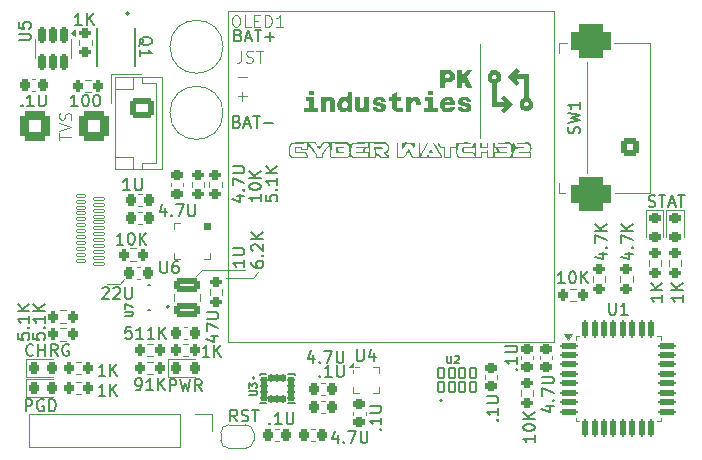
<source format=gto>
G04 #@! TF.GenerationSoftware,KiCad,Pcbnew,9.0.1*
G04 #@! TF.CreationDate,2025-10-21T09:50:54-05:00*
G04 #@! TF.ProjectId,STM32 Cyber Watch,53544d33-3220-4437-9962-657220576174,rev?*
G04 #@! TF.SameCoordinates,Original*
G04 #@! TF.FileFunction,Legend,Top*
G04 #@! TF.FilePolarity,Positive*
%FSLAX46Y46*%
G04 Gerber Fmt 4.6, Leading zero omitted, Abs format (unit mm)*
G04 Created by KiCad (PCBNEW 9.0.1) date 2025-10-21 09:50:54*
%MOMM*%
%LPD*%
G01*
G04 APERTURE LIST*
G04 Aperture macros list*
%AMRoundRect*
0 Rectangle with rounded corners*
0 $1 Rounding radius*
0 $2 $3 $4 $5 $6 $7 $8 $9 X,Y pos of 4 corners*
0 Add a 4 corners polygon primitive as box body*
4,1,4,$2,$3,$4,$5,$6,$7,$8,$9,$2,$3,0*
0 Add four circle primitives for the rounded corners*
1,1,$1+$1,$2,$3*
1,1,$1+$1,$4,$5*
1,1,$1+$1,$6,$7*
1,1,$1+$1,$8,$9*
0 Add four rect primitives between the rounded corners*
20,1,$1+$1,$2,$3,$4,$5,0*
20,1,$1+$1,$4,$5,$6,$7,0*
20,1,$1+$1,$6,$7,$8,$9,0*
20,1,$1+$1,$8,$9,$2,$3,0*%
%AMFreePoly0*
4,1,23,0.000000,0.745722,0.065263,0.745722,0.191342,0.711940,0.304381,0.646677,0.396677,0.554381,0.461940,0.441342,0.495722,0.315263,0.495722,0.250000,0.500000,0.250000,0.500000,-0.250000,0.495722,-0.250000,0.495722,-0.315263,0.461940,-0.441342,0.396677,-0.554381,0.304381,-0.646677,0.191342,-0.711940,0.065263,-0.745722,0.000000,-0.745722,0.000000,-0.750000,-0.500000,-0.750000,
-0.500000,0.750000,0.000000,0.750000,0.000000,0.745722,0.000000,0.745722,$1*%
%AMFreePoly1*
4,1,23,0.500000,-0.750000,0.000000,-0.750000,0.000000,-0.745722,-0.065263,-0.745722,-0.191342,-0.711940,-0.304381,-0.646677,-0.396677,-0.554381,-0.461940,-0.441342,-0.495722,-0.315263,-0.495722,-0.250000,-0.500000,-0.250000,-0.500000,0.250000,-0.495722,0.250000,-0.495722,0.315263,-0.461940,0.441342,-0.396677,0.554381,-0.304381,0.646677,-0.191342,0.711940,-0.065263,0.745722,0.000000,0.745722,
0.000000,0.750000,0.500000,0.750000,0.500000,-0.750000,0.500000,-0.750000,$1*%
G04 Aperture macros list end*
%ADD10C,0.200000*%
%ADD11C,0.100000*%
%ADD12C,0.150000*%
%ADD13C,0.120000*%
%ADD14C,0.152400*%
%ADD15C,0.010000*%
%ADD16C,0.101600*%
%ADD17C,0.000000*%
%ADD18C,0.127000*%
%ADD19RoundRect,0.225000X0.250000X-0.225000X0.250000X0.225000X-0.250000X0.225000X-0.250000X-0.225000X0*%
%ADD20RoundRect,0.225000X-0.250000X0.225000X-0.250000X-0.225000X0.250000X-0.225000X0.250000X0.225000X0*%
%ADD21RoundRect,0.225000X-0.225000X-0.250000X0.225000X-0.250000X0.225000X0.250000X-0.225000X0.250000X0*%
%ADD22RoundRect,0.225000X0.225000X0.250000X-0.225000X0.250000X-0.225000X-0.250000X0.225000X-0.250000X0*%
%ADD23RoundRect,0.218750X-0.218750X-0.256250X0.218750X-0.256250X0.218750X0.256250X-0.218750X0.256250X0*%
%ADD24RoundRect,0.218750X-0.256250X0.218750X-0.256250X-0.218750X0.256250X-0.218750X0.256250X0.218750X0*%
%ADD25RoundRect,0.050000X-0.375000X0.100000X-0.375000X-0.100000X0.375000X-0.100000X0.375000X0.100000X0*%
%ADD26RoundRect,0.050000X-0.450000X0.100000X-0.450000X-0.100000X0.450000X-0.100000X0.450000X0.100000X0*%
%ADD27O,2.000000X1.100000*%
%ADD28O,1.100000X1.700000*%
%ADD29O,1.800000X1.100000*%
%ADD30O,2.000000X1.700000*%
%ADD31RoundRect,0.250000X-0.750000X0.600000X-0.750000X-0.600000X0.750000X-0.600000X0.750000X0.600000X0*%
%ADD32FreePoly0,0.000000*%
%ADD33FreePoly1,0.000000*%
%ADD34RoundRect,0.250000X-0.850000X0.375000X-0.850000X-0.375000X0.850000X-0.375000X0.850000X0.375000X0*%
%ADD35R,2.489200X1.752600*%
%ADD36R,0.406400X0.812800*%
%ADD37RoundRect,0.200000X-0.275000X0.200000X-0.275000X-0.200000X0.275000X-0.200000X0.275000X0.200000X0*%
%ADD38RoundRect,0.200000X0.200000X0.275000X-0.200000X0.275000X-0.200000X-0.275000X0.200000X-0.275000X0*%
%ADD39RoundRect,0.200000X-0.200000X-0.275000X0.200000X-0.275000X0.200000X0.275000X-0.200000X0.275000X0*%
%ADD40RoundRect,0.200000X0.275000X-0.200000X0.275000X0.200000X-0.275000X0.200000X-0.275000X-0.200000X0*%
%ADD41RoundRect,0.725000X-0.975000X-0.725000X0.975000X-0.725000X0.975000X0.725000X-0.975000X0.725000X0*%
%ADD42C,1.524000*%
%ADD43RoundRect,0.250000X0.512000X-0.512000X0.512000X0.512000X-0.512000X0.512000X-0.512000X-0.512000X0*%
%ADD44C,4.000000*%
%ADD45RoundRect,0.375000X0.875000X0.875000X-0.875000X0.875000X-0.875000X-0.875000X0.875000X-0.875000X0*%
%ADD46R,0.375000X0.350000*%
%ADD47R,0.350000X0.375000*%
%ADD48RoundRect,0.102000X0.250000X-0.400000X0.250000X0.400000X-0.250000X0.400000X-0.250000X-0.400000X0*%
%ADD49RoundRect,0.125000X-0.625000X-0.125000X0.625000X-0.125000X0.625000X0.125000X-0.625000X0.125000X0*%
%ADD50RoundRect,0.125000X-0.125000X-0.625000X0.125000X-0.625000X0.125000X0.625000X-0.125000X0.625000X0*%
%ADD51RoundRect,0.150000X-0.150000X0.512500X-0.150000X-0.512500X0.150000X-0.512500X0.150000X0.512500X0*%
%ADD52C,1.800000*%
%ADD53RoundRect,0.102000X-0.237500X-0.125000X0.237500X-0.125000X0.237500X0.125000X-0.237500X0.125000X0*%
%ADD54RoundRect,0.102000X-0.125000X-0.237500X0.125000X-0.237500X0.125000X0.237500X-0.125000X0.237500X0*%
%ADD55R,1.700000X1.700000*%
%ADD56C,1.700000*%
G04 APERTURE END LIST*
D10*
X148241101Y-141417219D02*
X147907768Y-140941028D01*
X147669673Y-141417219D02*
X147669673Y-140417219D01*
X147669673Y-140417219D02*
X148050625Y-140417219D01*
X148050625Y-140417219D02*
X148145863Y-140464838D01*
X148145863Y-140464838D02*
X148193482Y-140512457D01*
X148193482Y-140512457D02*
X148241101Y-140607695D01*
X148241101Y-140607695D02*
X148241101Y-140750552D01*
X148241101Y-140750552D02*
X148193482Y-140845790D01*
X148193482Y-140845790D02*
X148145863Y-140893409D01*
X148145863Y-140893409D02*
X148050625Y-140941028D01*
X148050625Y-140941028D02*
X147669673Y-140941028D01*
X148622054Y-141369600D02*
X148764911Y-141417219D01*
X148764911Y-141417219D02*
X149003006Y-141417219D01*
X149003006Y-141417219D02*
X149098244Y-141369600D01*
X149098244Y-141369600D02*
X149145863Y-141321980D01*
X149145863Y-141321980D02*
X149193482Y-141226742D01*
X149193482Y-141226742D02*
X149193482Y-141131504D01*
X149193482Y-141131504D02*
X149145863Y-141036266D01*
X149145863Y-141036266D02*
X149098244Y-140988647D01*
X149098244Y-140988647D02*
X149003006Y-140941028D01*
X149003006Y-140941028D02*
X148812530Y-140893409D01*
X148812530Y-140893409D02*
X148717292Y-140845790D01*
X148717292Y-140845790D02*
X148669673Y-140798171D01*
X148669673Y-140798171D02*
X148622054Y-140702933D01*
X148622054Y-140702933D02*
X148622054Y-140607695D01*
X148622054Y-140607695D02*
X148669673Y-140512457D01*
X148669673Y-140512457D02*
X148717292Y-140464838D01*
X148717292Y-140464838D02*
X148812530Y-140417219D01*
X148812530Y-140417219D02*
X149050625Y-140417219D01*
X149050625Y-140417219D02*
X149193482Y-140464838D01*
X149479197Y-140417219D02*
X150050625Y-140417219D01*
X149764911Y-141417219D02*
X149764911Y-140417219D01*
D11*
X148900000Y-128600000D02*
X145300000Y-128600000D01*
X137200000Y-129800000D02*
X138300000Y-129800000D01*
X138300000Y-129800000D02*
X138700000Y-129400000D01*
X145300000Y-128600000D02*
X144800000Y-129100000D01*
X150050000Y-128800000D02*
X149550000Y-129300000D01*
X149550000Y-129300000D02*
X147300000Y-129300000D01*
D12*
X170259580Y-141299999D02*
X170307200Y-141252380D01*
X170307200Y-141252380D02*
X170354819Y-141299999D01*
X170354819Y-141299999D02*
X170307200Y-141347618D01*
X170307200Y-141347618D02*
X170259580Y-141299999D01*
X170259580Y-141299999D02*
X170354819Y-141299999D01*
X170354819Y-140300000D02*
X170354819Y-140871428D01*
X170354819Y-140585714D02*
X169354819Y-140585714D01*
X169354819Y-140585714D02*
X169497676Y-140680952D01*
X169497676Y-140680952D02*
X169592914Y-140776190D01*
X169592914Y-140776190D02*
X169640533Y-140871428D01*
X169354819Y-139871428D02*
X170164342Y-139871428D01*
X170164342Y-139871428D02*
X170259580Y-139823809D01*
X170259580Y-139823809D02*
X170307200Y-139776190D01*
X170307200Y-139776190D02*
X170354819Y-139680952D01*
X170354819Y-139680952D02*
X170354819Y-139490476D01*
X170354819Y-139490476D02*
X170307200Y-139395238D01*
X170307200Y-139395238D02*
X170259580Y-139347619D01*
X170259580Y-139347619D02*
X170164342Y-139300000D01*
X170164342Y-139300000D02*
X169354819Y-139300000D01*
D11*
X148589598Y-110052531D02*
X148589598Y-110766816D01*
X148589598Y-110766816D02*
X148541979Y-110909673D01*
X148541979Y-110909673D02*
X148446741Y-111004912D01*
X148446741Y-111004912D02*
X148303884Y-111052531D01*
X148303884Y-111052531D02*
X148208646Y-111052531D01*
X149018170Y-111004912D02*
X149161027Y-111052531D01*
X149161027Y-111052531D02*
X149399122Y-111052531D01*
X149399122Y-111052531D02*
X149494360Y-111004912D01*
X149494360Y-111004912D02*
X149541979Y-110957292D01*
X149541979Y-110957292D02*
X149589598Y-110862054D01*
X149589598Y-110862054D02*
X149589598Y-110766816D01*
X149589598Y-110766816D02*
X149541979Y-110671578D01*
X149541979Y-110671578D02*
X149494360Y-110623959D01*
X149494360Y-110623959D02*
X149399122Y-110576340D01*
X149399122Y-110576340D02*
X149208646Y-110528721D01*
X149208646Y-110528721D02*
X149113408Y-110481102D01*
X149113408Y-110481102D02*
X149065789Y-110433483D01*
X149065789Y-110433483D02*
X149018170Y-110338245D01*
X149018170Y-110338245D02*
X149018170Y-110243007D01*
X149018170Y-110243007D02*
X149065789Y-110147769D01*
X149065789Y-110147769D02*
X149113408Y-110100150D01*
X149113408Y-110100150D02*
X149208646Y-110052531D01*
X149208646Y-110052531D02*
X149446741Y-110052531D01*
X149446741Y-110052531D02*
X149589598Y-110100150D01*
X149875313Y-110052531D02*
X150446741Y-110052531D01*
X150161027Y-111052531D02*
X150161027Y-110052531D01*
X148303884Y-112281522D02*
X149065789Y-112281522D01*
X148303884Y-113891466D02*
X149065789Y-113891466D01*
X148684836Y-114272419D02*
X148684836Y-113510514D01*
D12*
X148188152Y-122347618D02*
X148854819Y-122347618D01*
X147807200Y-122585713D02*
X148521485Y-122823808D01*
X148521485Y-122823808D02*
X148521485Y-122204761D01*
X148759580Y-121823808D02*
X148807200Y-121776189D01*
X148807200Y-121776189D02*
X148854819Y-121823808D01*
X148854819Y-121823808D02*
X148807200Y-121871427D01*
X148807200Y-121871427D02*
X148759580Y-121823808D01*
X148759580Y-121823808D02*
X148854819Y-121823808D01*
X147854819Y-121442856D02*
X147854819Y-120776190D01*
X147854819Y-120776190D02*
X148854819Y-121204761D01*
X147854819Y-120395237D02*
X148664342Y-120395237D01*
X148664342Y-120395237D02*
X148759580Y-120347618D01*
X148759580Y-120347618D02*
X148807200Y-120299999D01*
X148807200Y-120299999D02*
X148854819Y-120204761D01*
X148854819Y-120204761D02*
X148854819Y-120014285D01*
X148854819Y-120014285D02*
X148807200Y-119919047D01*
X148807200Y-119919047D02*
X148759580Y-119871428D01*
X148759580Y-119871428D02*
X148664342Y-119823809D01*
X148664342Y-119823809D02*
X147854819Y-119823809D01*
X171859580Y-136999999D02*
X171907200Y-136952380D01*
X171907200Y-136952380D02*
X171954819Y-136999999D01*
X171954819Y-136999999D02*
X171907200Y-137047618D01*
X171907200Y-137047618D02*
X171859580Y-136999999D01*
X171859580Y-136999999D02*
X171954819Y-136999999D01*
X171954819Y-136000000D02*
X171954819Y-136571428D01*
X171954819Y-136285714D02*
X170954819Y-136285714D01*
X170954819Y-136285714D02*
X171097676Y-136380952D01*
X171097676Y-136380952D02*
X171192914Y-136476190D01*
X171192914Y-136476190D02*
X171240533Y-136571428D01*
X170954819Y-135571428D02*
X171764342Y-135571428D01*
X171764342Y-135571428D02*
X171859580Y-135523809D01*
X171859580Y-135523809D02*
X171907200Y-135476190D01*
X171907200Y-135476190D02*
X171954819Y-135380952D01*
X171954819Y-135380952D02*
X171954819Y-135190476D01*
X171954819Y-135190476D02*
X171907200Y-135095238D01*
X171907200Y-135095238D02*
X171859580Y-135047619D01*
X171859580Y-135047619D02*
X171764342Y-135000000D01*
X171764342Y-135000000D02*
X170954819Y-135000000D01*
X151000000Y-141559580D02*
X151047619Y-141607200D01*
X151047619Y-141607200D02*
X151000000Y-141654819D01*
X151000000Y-141654819D02*
X150952381Y-141607200D01*
X150952381Y-141607200D02*
X151000000Y-141559580D01*
X151000000Y-141559580D02*
X151000000Y-141654819D01*
X151999999Y-141654819D02*
X151428571Y-141654819D01*
X151714285Y-141654819D02*
X151714285Y-140654819D01*
X151714285Y-140654819D02*
X151619047Y-140797676D01*
X151619047Y-140797676D02*
X151523809Y-140892914D01*
X151523809Y-140892914D02*
X151428571Y-140940533D01*
X152428571Y-140654819D02*
X152428571Y-141464342D01*
X152428571Y-141464342D02*
X152476190Y-141559580D01*
X152476190Y-141559580D02*
X152523809Y-141607200D01*
X152523809Y-141607200D02*
X152619047Y-141654819D01*
X152619047Y-141654819D02*
X152809523Y-141654819D01*
X152809523Y-141654819D02*
X152904761Y-141607200D01*
X152904761Y-141607200D02*
X152952380Y-141559580D01*
X152952380Y-141559580D02*
X152999999Y-141464342D01*
X152999999Y-141464342D02*
X152999999Y-140654819D01*
X156752381Y-142588152D02*
X156752381Y-143254819D01*
X156514286Y-142207200D02*
X156276191Y-142921485D01*
X156276191Y-142921485D02*
X156895238Y-142921485D01*
X157276191Y-143159580D02*
X157323810Y-143207200D01*
X157323810Y-143207200D02*
X157276191Y-143254819D01*
X157276191Y-143254819D02*
X157228572Y-143207200D01*
X157228572Y-143207200D02*
X157276191Y-143159580D01*
X157276191Y-143159580D02*
X157276191Y-143254819D01*
X157657143Y-142254819D02*
X158323809Y-142254819D01*
X158323809Y-142254819D02*
X157895238Y-143254819D01*
X158704762Y-142254819D02*
X158704762Y-143064342D01*
X158704762Y-143064342D02*
X158752381Y-143159580D01*
X158752381Y-143159580D02*
X158800000Y-143207200D01*
X158800000Y-143207200D02*
X158895238Y-143254819D01*
X158895238Y-143254819D02*
X159085714Y-143254819D01*
X159085714Y-143254819D02*
X159180952Y-143207200D01*
X159180952Y-143207200D02*
X159228571Y-143159580D01*
X159228571Y-143159580D02*
X159276190Y-143064342D01*
X159276190Y-143064342D02*
X159276190Y-142254819D01*
X160359580Y-142099999D02*
X160407200Y-142052380D01*
X160407200Y-142052380D02*
X160454819Y-142099999D01*
X160454819Y-142099999D02*
X160407200Y-142147618D01*
X160407200Y-142147618D02*
X160359580Y-142099999D01*
X160359580Y-142099999D02*
X160454819Y-142099999D01*
X160454819Y-141100000D02*
X160454819Y-141671428D01*
X160454819Y-141385714D02*
X159454819Y-141385714D01*
X159454819Y-141385714D02*
X159597676Y-141480952D01*
X159597676Y-141480952D02*
X159692914Y-141576190D01*
X159692914Y-141576190D02*
X159740533Y-141671428D01*
X159454819Y-140671428D02*
X160264342Y-140671428D01*
X160264342Y-140671428D02*
X160359580Y-140623809D01*
X160359580Y-140623809D02*
X160407200Y-140576190D01*
X160407200Y-140576190D02*
X160454819Y-140480952D01*
X160454819Y-140480952D02*
X160454819Y-140290476D01*
X160454819Y-140290476D02*
X160407200Y-140195238D01*
X160407200Y-140195238D02*
X160359580Y-140147619D01*
X160359580Y-140147619D02*
X160264342Y-140100000D01*
X160264342Y-140100000D02*
X159454819Y-140100000D01*
X155250000Y-137559580D02*
X155297619Y-137607200D01*
X155297619Y-137607200D02*
X155250000Y-137654819D01*
X155250000Y-137654819D02*
X155202381Y-137607200D01*
X155202381Y-137607200D02*
X155250000Y-137559580D01*
X155250000Y-137559580D02*
X155250000Y-137654819D01*
X156249999Y-137654819D02*
X155678571Y-137654819D01*
X155964285Y-137654819D02*
X155964285Y-136654819D01*
X155964285Y-136654819D02*
X155869047Y-136797676D01*
X155869047Y-136797676D02*
X155773809Y-136892914D01*
X155773809Y-136892914D02*
X155678571Y-136940533D01*
X156678571Y-136654819D02*
X156678571Y-137464342D01*
X156678571Y-137464342D02*
X156726190Y-137559580D01*
X156726190Y-137559580D02*
X156773809Y-137607200D01*
X156773809Y-137607200D02*
X156869047Y-137654819D01*
X156869047Y-137654819D02*
X157059523Y-137654819D01*
X157059523Y-137654819D02*
X157154761Y-137607200D01*
X157154761Y-137607200D02*
X157202380Y-137559580D01*
X157202380Y-137559580D02*
X157249999Y-137464342D01*
X157249999Y-137464342D02*
X157249999Y-136654819D01*
X130025000Y-114659580D02*
X130072619Y-114707200D01*
X130072619Y-114707200D02*
X130025000Y-114754819D01*
X130025000Y-114754819D02*
X129977381Y-114707200D01*
X129977381Y-114707200D02*
X130025000Y-114659580D01*
X130025000Y-114659580D02*
X130025000Y-114754819D01*
X131024999Y-114754819D02*
X130453571Y-114754819D01*
X130739285Y-114754819D02*
X130739285Y-113754819D01*
X130739285Y-113754819D02*
X130644047Y-113897676D01*
X130644047Y-113897676D02*
X130548809Y-113992914D01*
X130548809Y-113992914D02*
X130453571Y-114040533D01*
X131453571Y-113754819D02*
X131453571Y-114564342D01*
X131453571Y-114564342D02*
X131501190Y-114659580D01*
X131501190Y-114659580D02*
X131548809Y-114707200D01*
X131548809Y-114707200D02*
X131644047Y-114754819D01*
X131644047Y-114754819D02*
X131834523Y-114754819D01*
X131834523Y-114754819D02*
X131929761Y-114707200D01*
X131929761Y-114707200D02*
X131977380Y-114659580D01*
X131977380Y-114659580D02*
X132024999Y-114564342D01*
X132024999Y-114564342D02*
X132024999Y-113754819D01*
X174388152Y-140147618D02*
X175054819Y-140147618D01*
X174007200Y-140385713D02*
X174721485Y-140623808D01*
X174721485Y-140623808D02*
X174721485Y-140004761D01*
X174959580Y-139623808D02*
X175007200Y-139576189D01*
X175007200Y-139576189D02*
X175054819Y-139623808D01*
X175054819Y-139623808D02*
X175007200Y-139671427D01*
X175007200Y-139671427D02*
X174959580Y-139623808D01*
X174959580Y-139623808D02*
X175054819Y-139623808D01*
X174054819Y-139242856D02*
X174054819Y-138576190D01*
X174054819Y-138576190D02*
X175054819Y-139004761D01*
X174054819Y-138195237D02*
X174864342Y-138195237D01*
X174864342Y-138195237D02*
X174959580Y-138147618D01*
X174959580Y-138147618D02*
X175007200Y-138099999D01*
X175007200Y-138099999D02*
X175054819Y-138004761D01*
X175054819Y-138004761D02*
X175054819Y-137814285D01*
X175054819Y-137814285D02*
X175007200Y-137719047D01*
X175007200Y-137719047D02*
X174959580Y-137671428D01*
X174959580Y-137671428D02*
X174864342Y-137623809D01*
X174864342Y-137623809D02*
X174054819Y-137623809D01*
X154702381Y-135788152D02*
X154702381Y-136454819D01*
X154464286Y-135407200D02*
X154226191Y-136121485D01*
X154226191Y-136121485D02*
X154845238Y-136121485D01*
X155226191Y-136359580D02*
X155273810Y-136407200D01*
X155273810Y-136407200D02*
X155226191Y-136454819D01*
X155226191Y-136454819D02*
X155178572Y-136407200D01*
X155178572Y-136407200D02*
X155226191Y-136359580D01*
X155226191Y-136359580D02*
X155226191Y-136454819D01*
X155607143Y-135454819D02*
X156273809Y-135454819D01*
X156273809Y-135454819D02*
X155845238Y-136454819D01*
X156654762Y-135454819D02*
X156654762Y-136264342D01*
X156654762Y-136264342D02*
X156702381Y-136359580D01*
X156702381Y-136359580D02*
X156750000Y-136407200D01*
X156750000Y-136407200D02*
X156845238Y-136454819D01*
X156845238Y-136454819D02*
X157035714Y-136454819D01*
X157035714Y-136454819D02*
X157130952Y-136407200D01*
X157130952Y-136407200D02*
X157178571Y-136359580D01*
X157178571Y-136359580D02*
X157226190Y-136264342D01*
X157226190Y-136264342D02*
X157226190Y-135454819D01*
X142152381Y-123388152D02*
X142152381Y-124054819D01*
X141914286Y-123007200D02*
X141676191Y-123721485D01*
X141676191Y-123721485D02*
X142295238Y-123721485D01*
X142676191Y-123959580D02*
X142723810Y-124007200D01*
X142723810Y-124007200D02*
X142676191Y-124054819D01*
X142676191Y-124054819D02*
X142628572Y-124007200D01*
X142628572Y-124007200D02*
X142676191Y-123959580D01*
X142676191Y-123959580D02*
X142676191Y-124054819D01*
X143057143Y-123054819D02*
X143723809Y-123054819D01*
X143723809Y-123054819D02*
X143295238Y-124054819D01*
X144104762Y-123054819D02*
X144104762Y-123864342D01*
X144104762Y-123864342D02*
X144152381Y-123959580D01*
X144152381Y-123959580D02*
X144200000Y-124007200D01*
X144200000Y-124007200D02*
X144295238Y-124054819D01*
X144295238Y-124054819D02*
X144485714Y-124054819D01*
X144485714Y-124054819D02*
X144580952Y-124007200D01*
X144580952Y-124007200D02*
X144628571Y-123959580D01*
X144628571Y-123959580D02*
X144676190Y-123864342D01*
X144676190Y-123864342D02*
X144676190Y-123054819D01*
X139161904Y-121854819D02*
X138590476Y-121854819D01*
X138876190Y-121854819D02*
X138876190Y-120854819D01*
X138876190Y-120854819D02*
X138780952Y-120997676D01*
X138780952Y-120997676D02*
X138685714Y-121092914D01*
X138685714Y-121092914D02*
X138590476Y-121140533D01*
X139590476Y-120854819D02*
X139590476Y-121664342D01*
X139590476Y-121664342D02*
X139638095Y-121759580D01*
X139638095Y-121759580D02*
X139685714Y-121807200D01*
X139685714Y-121807200D02*
X139780952Y-121854819D01*
X139780952Y-121854819D02*
X139971428Y-121854819D01*
X139971428Y-121854819D02*
X140066666Y-121807200D01*
X140066666Y-121807200D02*
X140114285Y-121759580D01*
X140114285Y-121759580D02*
X140161904Y-121664342D01*
X140161904Y-121664342D02*
X140161904Y-120854819D01*
X136814286Y-130150057D02*
X136861905Y-130102438D01*
X136861905Y-130102438D02*
X136957143Y-130054819D01*
X136957143Y-130054819D02*
X137195238Y-130054819D01*
X137195238Y-130054819D02*
X137290476Y-130102438D01*
X137290476Y-130102438D02*
X137338095Y-130150057D01*
X137338095Y-130150057D02*
X137385714Y-130245295D01*
X137385714Y-130245295D02*
X137385714Y-130340533D01*
X137385714Y-130340533D02*
X137338095Y-130483390D01*
X137338095Y-130483390D02*
X136766667Y-131054819D01*
X136766667Y-131054819D02*
X137385714Y-131054819D01*
X137766667Y-130150057D02*
X137814286Y-130102438D01*
X137814286Y-130102438D02*
X137909524Y-130054819D01*
X137909524Y-130054819D02*
X138147619Y-130054819D01*
X138147619Y-130054819D02*
X138242857Y-130102438D01*
X138242857Y-130102438D02*
X138290476Y-130150057D01*
X138290476Y-130150057D02*
X138338095Y-130245295D01*
X138338095Y-130245295D02*
X138338095Y-130340533D01*
X138338095Y-130340533D02*
X138290476Y-130483390D01*
X138290476Y-130483390D02*
X137719048Y-131054819D01*
X137719048Y-131054819D02*
X138338095Y-131054819D01*
X138766667Y-130054819D02*
X138766667Y-130864342D01*
X138766667Y-130864342D02*
X138814286Y-130959580D01*
X138814286Y-130959580D02*
X138861905Y-131007200D01*
X138861905Y-131007200D02*
X138957143Y-131054819D01*
X138957143Y-131054819D02*
X139147619Y-131054819D01*
X139147619Y-131054819D02*
X139242857Y-131007200D01*
X139242857Y-131007200D02*
X139290476Y-130959580D01*
X139290476Y-130959580D02*
X139338095Y-130864342D01*
X139338095Y-130864342D02*
X139338095Y-130054819D01*
X145988152Y-134209523D02*
X146654819Y-134209523D01*
X145607200Y-134447618D02*
X146321485Y-134685713D01*
X146321485Y-134685713D02*
X146321485Y-134066666D01*
X145654819Y-133780951D02*
X145654819Y-133114285D01*
X145654819Y-133114285D02*
X146654819Y-133542856D01*
X145654819Y-132733332D02*
X146464342Y-132733332D01*
X146464342Y-132733332D02*
X146559580Y-132685713D01*
X146559580Y-132685713D02*
X146607200Y-132638094D01*
X146607200Y-132638094D02*
X146654819Y-132542856D01*
X146654819Y-132542856D02*
X146654819Y-132352380D01*
X146654819Y-132352380D02*
X146607200Y-132257142D01*
X146607200Y-132257142D02*
X146559580Y-132209523D01*
X146559580Y-132209523D02*
X146464342Y-132161904D01*
X146464342Y-132161904D02*
X145654819Y-132161904D01*
X130985714Y-135769580D02*
X130938095Y-135817200D01*
X130938095Y-135817200D02*
X130795238Y-135864819D01*
X130795238Y-135864819D02*
X130700000Y-135864819D01*
X130700000Y-135864819D02*
X130557143Y-135817200D01*
X130557143Y-135817200D02*
X130461905Y-135721961D01*
X130461905Y-135721961D02*
X130414286Y-135626723D01*
X130414286Y-135626723D02*
X130366667Y-135436247D01*
X130366667Y-135436247D02*
X130366667Y-135293390D01*
X130366667Y-135293390D02*
X130414286Y-135102914D01*
X130414286Y-135102914D02*
X130461905Y-135007676D01*
X130461905Y-135007676D02*
X130557143Y-134912438D01*
X130557143Y-134912438D02*
X130700000Y-134864819D01*
X130700000Y-134864819D02*
X130795238Y-134864819D01*
X130795238Y-134864819D02*
X130938095Y-134912438D01*
X130938095Y-134912438D02*
X130985714Y-134960057D01*
X131414286Y-135864819D02*
X131414286Y-134864819D01*
X131414286Y-135341009D02*
X131985714Y-135341009D01*
X131985714Y-135864819D02*
X131985714Y-134864819D01*
X133033333Y-135864819D02*
X132700000Y-135388628D01*
X132461905Y-135864819D02*
X132461905Y-134864819D01*
X132461905Y-134864819D02*
X132842857Y-134864819D01*
X132842857Y-134864819D02*
X132938095Y-134912438D01*
X132938095Y-134912438D02*
X132985714Y-134960057D01*
X132985714Y-134960057D02*
X133033333Y-135055295D01*
X133033333Y-135055295D02*
X133033333Y-135198152D01*
X133033333Y-135198152D02*
X132985714Y-135293390D01*
X132985714Y-135293390D02*
X132938095Y-135341009D01*
X132938095Y-135341009D02*
X132842857Y-135388628D01*
X132842857Y-135388628D02*
X132461905Y-135388628D01*
X133985714Y-134912438D02*
X133890476Y-134864819D01*
X133890476Y-134864819D02*
X133747619Y-134864819D01*
X133747619Y-134864819D02*
X133604762Y-134912438D01*
X133604762Y-134912438D02*
X133509524Y-135007676D01*
X133509524Y-135007676D02*
X133461905Y-135102914D01*
X133461905Y-135102914D02*
X133414286Y-135293390D01*
X133414286Y-135293390D02*
X133414286Y-135436247D01*
X133414286Y-135436247D02*
X133461905Y-135626723D01*
X133461905Y-135626723D02*
X133509524Y-135721961D01*
X133509524Y-135721961D02*
X133604762Y-135817200D01*
X133604762Y-135817200D02*
X133747619Y-135864819D01*
X133747619Y-135864819D02*
X133842857Y-135864819D01*
X133842857Y-135864819D02*
X133985714Y-135817200D01*
X133985714Y-135817200D02*
X134033333Y-135769580D01*
X134033333Y-135769580D02*
X134033333Y-135436247D01*
X134033333Y-135436247D02*
X133842857Y-135436247D01*
X130338095Y-140554819D02*
X130338095Y-139554819D01*
X130338095Y-139554819D02*
X130719047Y-139554819D01*
X130719047Y-139554819D02*
X130814285Y-139602438D01*
X130814285Y-139602438D02*
X130861904Y-139650057D01*
X130861904Y-139650057D02*
X130909523Y-139745295D01*
X130909523Y-139745295D02*
X130909523Y-139888152D01*
X130909523Y-139888152D02*
X130861904Y-139983390D01*
X130861904Y-139983390D02*
X130814285Y-140031009D01*
X130814285Y-140031009D02*
X130719047Y-140078628D01*
X130719047Y-140078628D02*
X130338095Y-140078628D01*
X131861904Y-139602438D02*
X131766666Y-139554819D01*
X131766666Y-139554819D02*
X131623809Y-139554819D01*
X131623809Y-139554819D02*
X131480952Y-139602438D01*
X131480952Y-139602438D02*
X131385714Y-139697676D01*
X131385714Y-139697676D02*
X131338095Y-139792914D01*
X131338095Y-139792914D02*
X131290476Y-139983390D01*
X131290476Y-139983390D02*
X131290476Y-140126247D01*
X131290476Y-140126247D02*
X131338095Y-140316723D01*
X131338095Y-140316723D02*
X131385714Y-140411961D01*
X131385714Y-140411961D02*
X131480952Y-140507200D01*
X131480952Y-140507200D02*
X131623809Y-140554819D01*
X131623809Y-140554819D02*
X131719047Y-140554819D01*
X131719047Y-140554819D02*
X131861904Y-140507200D01*
X131861904Y-140507200D02*
X131909523Y-140459580D01*
X131909523Y-140459580D02*
X131909523Y-140126247D01*
X131909523Y-140126247D02*
X131719047Y-140126247D01*
X132338095Y-140554819D02*
X132338095Y-139554819D01*
X132338095Y-139554819D02*
X132576190Y-139554819D01*
X132576190Y-139554819D02*
X132719047Y-139602438D01*
X132719047Y-139602438D02*
X132814285Y-139697676D01*
X132814285Y-139697676D02*
X132861904Y-139792914D01*
X132861904Y-139792914D02*
X132909523Y-139983390D01*
X132909523Y-139983390D02*
X132909523Y-140126247D01*
X132909523Y-140126247D02*
X132861904Y-140316723D01*
X132861904Y-140316723D02*
X132814285Y-140411961D01*
X132814285Y-140411961D02*
X132719047Y-140507200D01*
X132719047Y-140507200D02*
X132576190Y-140554819D01*
X132576190Y-140554819D02*
X132338095Y-140554819D01*
X142526667Y-138854819D02*
X142526667Y-137854819D01*
X142526667Y-137854819D02*
X142907619Y-137854819D01*
X142907619Y-137854819D02*
X143002857Y-137902438D01*
X143002857Y-137902438D02*
X143050476Y-137950057D01*
X143050476Y-137950057D02*
X143098095Y-138045295D01*
X143098095Y-138045295D02*
X143098095Y-138188152D01*
X143098095Y-138188152D02*
X143050476Y-138283390D01*
X143050476Y-138283390D02*
X143002857Y-138331009D01*
X143002857Y-138331009D02*
X142907619Y-138378628D01*
X142907619Y-138378628D02*
X142526667Y-138378628D01*
X143431429Y-137854819D02*
X143669524Y-138854819D01*
X143669524Y-138854819D02*
X143860000Y-138140533D01*
X143860000Y-138140533D02*
X144050476Y-138854819D01*
X144050476Y-138854819D02*
X144288572Y-137854819D01*
X145240952Y-138854819D02*
X144907619Y-138378628D01*
X144669524Y-138854819D02*
X144669524Y-137854819D01*
X144669524Y-137854819D02*
X145050476Y-137854819D01*
X145050476Y-137854819D02*
X145145714Y-137902438D01*
X145145714Y-137902438D02*
X145193333Y-137950057D01*
X145193333Y-137950057D02*
X145240952Y-138045295D01*
X145240952Y-138045295D02*
X145240952Y-138188152D01*
X145240952Y-138188152D02*
X145193333Y-138283390D01*
X145193333Y-138283390D02*
X145145714Y-138331009D01*
X145145714Y-138331009D02*
X145050476Y-138378628D01*
X145050476Y-138378628D02*
X144669524Y-138378628D01*
X183073809Y-123207200D02*
X183216666Y-123254819D01*
X183216666Y-123254819D02*
X183454761Y-123254819D01*
X183454761Y-123254819D02*
X183549999Y-123207200D01*
X183549999Y-123207200D02*
X183597618Y-123159580D01*
X183597618Y-123159580D02*
X183645237Y-123064342D01*
X183645237Y-123064342D02*
X183645237Y-122969104D01*
X183645237Y-122969104D02*
X183597618Y-122873866D01*
X183597618Y-122873866D02*
X183549999Y-122826247D01*
X183549999Y-122826247D02*
X183454761Y-122778628D01*
X183454761Y-122778628D02*
X183264285Y-122731009D01*
X183264285Y-122731009D02*
X183169047Y-122683390D01*
X183169047Y-122683390D02*
X183121428Y-122635771D01*
X183121428Y-122635771D02*
X183073809Y-122540533D01*
X183073809Y-122540533D02*
X183073809Y-122445295D01*
X183073809Y-122445295D02*
X183121428Y-122350057D01*
X183121428Y-122350057D02*
X183169047Y-122302438D01*
X183169047Y-122302438D02*
X183264285Y-122254819D01*
X183264285Y-122254819D02*
X183502380Y-122254819D01*
X183502380Y-122254819D02*
X183645237Y-122302438D01*
X183930952Y-122254819D02*
X184502380Y-122254819D01*
X184216666Y-123254819D02*
X184216666Y-122254819D01*
X184788095Y-122969104D02*
X185264285Y-122969104D01*
X184692857Y-123254819D02*
X185026190Y-122254819D01*
X185026190Y-122254819D02*
X185359523Y-123254819D01*
X185550000Y-122254819D02*
X186121428Y-122254819D01*
X185835714Y-123254819D02*
X185835714Y-122254819D01*
X148854819Y-127738095D02*
X148854819Y-128309523D01*
X148854819Y-128023809D02*
X147854819Y-128023809D01*
X147854819Y-128023809D02*
X147997676Y-128119047D01*
X147997676Y-128119047D02*
X148092914Y-128214285D01*
X148092914Y-128214285D02*
X148140533Y-128309523D01*
X147854819Y-127309523D02*
X148664342Y-127309523D01*
X148664342Y-127309523D02*
X148759580Y-127261904D01*
X148759580Y-127261904D02*
X148807200Y-127214285D01*
X148807200Y-127214285D02*
X148854819Y-127119047D01*
X148854819Y-127119047D02*
X148854819Y-126928571D01*
X148854819Y-126928571D02*
X148807200Y-126833333D01*
X148807200Y-126833333D02*
X148759580Y-126785714D01*
X148759580Y-126785714D02*
X148664342Y-126738095D01*
X148664342Y-126738095D02*
X147854819Y-126738095D01*
X139949942Y-109601761D02*
X139997561Y-109506523D01*
X139997561Y-109506523D02*
X140092800Y-109411285D01*
X140092800Y-109411285D02*
X140235657Y-109268428D01*
X140235657Y-109268428D02*
X140283276Y-109173190D01*
X140283276Y-109173190D02*
X140283276Y-109077952D01*
X140045180Y-109125571D02*
X140092800Y-109030333D01*
X140092800Y-109030333D02*
X140188038Y-108935095D01*
X140188038Y-108935095D02*
X140378514Y-108887476D01*
X140378514Y-108887476D02*
X140711847Y-108887476D01*
X140711847Y-108887476D02*
X140902323Y-108935095D01*
X140902323Y-108935095D02*
X140997561Y-109030333D01*
X140997561Y-109030333D02*
X141045180Y-109125571D01*
X141045180Y-109125571D02*
X141045180Y-109316047D01*
X141045180Y-109316047D02*
X140997561Y-109411285D01*
X140997561Y-109411285D02*
X140902323Y-109506523D01*
X140902323Y-109506523D02*
X140711847Y-109554142D01*
X140711847Y-109554142D02*
X140378514Y-109554142D01*
X140378514Y-109554142D02*
X140188038Y-109506523D01*
X140188038Y-109506523D02*
X140092800Y-109411285D01*
X140092800Y-109411285D02*
X140045180Y-109316047D01*
X140045180Y-109316047D02*
X140045180Y-109125571D01*
X140045180Y-110506523D02*
X140045180Y-109935095D01*
X140045180Y-110220809D02*
X141045180Y-110220809D01*
X141045180Y-110220809D02*
X140902323Y-110125571D01*
X140902323Y-110125571D02*
X140807085Y-110030333D01*
X140807085Y-110030333D02*
X140759466Y-109935095D01*
X181088152Y-127223809D02*
X181754819Y-127223809D01*
X180707200Y-127461904D02*
X181421485Y-127699999D01*
X181421485Y-127699999D02*
X181421485Y-127080952D01*
X181659580Y-126699999D02*
X181707200Y-126652380D01*
X181707200Y-126652380D02*
X181754819Y-126699999D01*
X181754819Y-126699999D02*
X181707200Y-126747618D01*
X181707200Y-126747618D02*
X181659580Y-126699999D01*
X181659580Y-126699999D02*
X181754819Y-126699999D01*
X180754819Y-126319047D02*
X180754819Y-125652381D01*
X180754819Y-125652381D02*
X181754819Y-126080952D01*
X181754819Y-125271428D02*
X180754819Y-125271428D01*
X181754819Y-124700000D02*
X181183390Y-125128571D01*
X180754819Y-124700000D02*
X181326247Y-125271428D01*
X178888152Y-127223809D02*
X179554819Y-127223809D01*
X178507200Y-127461904D02*
X179221485Y-127699999D01*
X179221485Y-127699999D02*
X179221485Y-127080952D01*
X179459580Y-126699999D02*
X179507200Y-126652380D01*
X179507200Y-126652380D02*
X179554819Y-126699999D01*
X179554819Y-126699999D02*
X179507200Y-126747618D01*
X179507200Y-126747618D02*
X179459580Y-126699999D01*
X179459580Y-126699999D02*
X179554819Y-126699999D01*
X178554819Y-126319047D02*
X178554819Y-125652381D01*
X178554819Y-125652381D02*
X179554819Y-126080952D01*
X179554819Y-125271428D02*
X178554819Y-125271428D01*
X179554819Y-124700000D02*
X178983390Y-125128571D01*
X178554819Y-124700000D02*
X179126247Y-125271428D01*
X130954819Y-133976190D02*
X130954819Y-134452380D01*
X130954819Y-134452380D02*
X131431009Y-134499999D01*
X131431009Y-134499999D02*
X131383390Y-134452380D01*
X131383390Y-134452380D02*
X131335771Y-134357142D01*
X131335771Y-134357142D02*
X131335771Y-134119047D01*
X131335771Y-134119047D02*
X131383390Y-134023809D01*
X131383390Y-134023809D02*
X131431009Y-133976190D01*
X131431009Y-133976190D02*
X131526247Y-133928571D01*
X131526247Y-133928571D02*
X131764342Y-133928571D01*
X131764342Y-133928571D02*
X131859580Y-133976190D01*
X131859580Y-133976190D02*
X131907200Y-134023809D01*
X131907200Y-134023809D02*
X131954819Y-134119047D01*
X131954819Y-134119047D02*
X131954819Y-134357142D01*
X131954819Y-134357142D02*
X131907200Y-134452380D01*
X131907200Y-134452380D02*
X131859580Y-134499999D01*
X131859580Y-133499999D02*
X131907200Y-133452380D01*
X131907200Y-133452380D02*
X131954819Y-133499999D01*
X131954819Y-133499999D02*
X131907200Y-133547618D01*
X131907200Y-133547618D02*
X131859580Y-133499999D01*
X131859580Y-133499999D02*
X131954819Y-133499999D01*
X131954819Y-132500000D02*
X131954819Y-133071428D01*
X131954819Y-132785714D02*
X130954819Y-132785714D01*
X130954819Y-132785714D02*
X131097676Y-132880952D01*
X131097676Y-132880952D02*
X131192914Y-132976190D01*
X131192914Y-132976190D02*
X131240533Y-133071428D01*
X131954819Y-132071428D02*
X130954819Y-132071428D01*
X131954819Y-131500000D02*
X131383390Y-131928571D01*
X130954819Y-131500000D02*
X131526247Y-132071428D01*
X129654819Y-133976190D02*
X129654819Y-134452380D01*
X129654819Y-134452380D02*
X130131009Y-134499999D01*
X130131009Y-134499999D02*
X130083390Y-134452380D01*
X130083390Y-134452380D02*
X130035771Y-134357142D01*
X130035771Y-134357142D02*
X130035771Y-134119047D01*
X130035771Y-134119047D02*
X130083390Y-134023809D01*
X130083390Y-134023809D02*
X130131009Y-133976190D01*
X130131009Y-133976190D02*
X130226247Y-133928571D01*
X130226247Y-133928571D02*
X130464342Y-133928571D01*
X130464342Y-133928571D02*
X130559580Y-133976190D01*
X130559580Y-133976190D02*
X130607200Y-134023809D01*
X130607200Y-134023809D02*
X130654819Y-134119047D01*
X130654819Y-134119047D02*
X130654819Y-134357142D01*
X130654819Y-134357142D02*
X130607200Y-134452380D01*
X130607200Y-134452380D02*
X130559580Y-134499999D01*
X130559580Y-133499999D02*
X130607200Y-133452380D01*
X130607200Y-133452380D02*
X130654819Y-133499999D01*
X130654819Y-133499999D02*
X130607200Y-133547618D01*
X130607200Y-133547618D02*
X130559580Y-133499999D01*
X130559580Y-133499999D02*
X130654819Y-133499999D01*
X130654819Y-132500000D02*
X130654819Y-133071428D01*
X130654819Y-132785714D02*
X129654819Y-132785714D01*
X129654819Y-132785714D02*
X129797676Y-132880952D01*
X129797676Y-132880952D02*
X129892914Y-132976190D01*
X129892914Y-132976190D02*
X129940533Y-133071428D01*
X130654819Y-132071428D02*
X129654819Y-132071428D01*
X130654819Y-131500000D02*
X130083390Y-131928571D01*
X129654819Y-131500000D02*
X130226247Y-132071428D01*
X135085714Y-107854819D02*
X134514286Y-107854819D01*
X134800000Y-107854819D02*
X134800000Y-106854819D01*
X134800000Y-106854819D02*
X134704762Y-106997676D01*
X134704762Y-106997676D02*
X134609524Y-107092914D01*
X134609524Y-107092914D02*
X134514286Y-107140533D01*
X135514286Y-107854819D02*
X135514286Y-106854819D01*
X136085714Y-107854819D02*
X135657143Y-107283390D01*
X136085714Y-106854819D02*
X135514286Y-107426247D01*
X134733333Y-114754819D02*
X134161905Y-114754819D01*
X134447619Y-114754819D02*
X134447619Y-113754819D01*
X134447619Y-113754819D02*
X134352381Y-113897676D01*
X134352381Y-113897676D02*
X134257143Y-113992914D01*
X134257143Y-113992914D02*
X134161905Y-114040533D01*
X135352381Y-113754819D02*
X135447619Y-113754819D01*
X135447619Y-113754819D02*
X135542857Y-113802438D01*
X135542857Y-113802438D02*
X135590476Y-113850057D01*
X135590476Y-113850057D02*
X135638095Y-113945295D01*
X135638095Y-113945295D02*
X135685714Y-114135771D01*
X135685714Y-114135771D02*
X135685714Y-114373866D01*
X135685714Y-114373866D02*
X135638095Y-114564342D01*
X135638095Y-114564342D02*
X135590476Y-114659580D01*
X135590476Y-114659580D02*
X135542857Y-114707200D01*
X135542857Y-114707200D02*
X135447619Y-114754819D01*
X135447619Y-114754819D02*
X135352381Y-114754819D01*
X135352381Y-114754819D02*
X135257143Y-114707200D01*
X135257143Y-114707200D02*
X135209524Y-114659580D01*
X135209524Y-114659580D02*
X135161905Y-114564342D01*
X135161905Y-114564342D02*
X135114286Y-114373866D01*
X135114286Y-114373866D02*
X135114286Y-114135771D01*
X135114286Y-114135771D02*
X135161905Y-113945295D01*
X135161905Y-113945295D02*
X135209524Y-113850057D01*
X135209524Y-113850057D02*
X135257143Y-113802438D01*
X135257143Y-113802438D02*
X135352381Y-113754819D01*
X136304762Y-113754819D02*
X136400000Y-113754819D01*
X136400000Y-113754819D02*
X136495238Y-113802438D01*
X136495238Y-113802438D02*
X136542857Y-113850057D01*
X136542857Y-113850057D02*
X136590476Y-113945295D01*
X136590476Y-113945295D02*
X136638095Y-114135771D01*
X136638095Y-114135771D02*
X136638095Y-114373866D01*
X136638095Y-114373866D02*
X136590476Y-114564342D01*
X136590476Y-114564342D02*
X136542857Y-114659580D01*
X136542857Y-114659580D02*
X136495238Y-114707200D01*
X136495238Y-114707200D02*
X136400000Y-114754819D01*
X136400000Y-114754819D02*
X136304762Y-114754819D01*
X136304762Y-114754819D02*
X136209524Y-114707200D01*
X136209524Y-114707200D02*
X136161905Y-114659580D01*
X136161905Y-114659580D02*
X136114286Y-114564342D01*
X136114286Y-114564342D02*
X136066667Y-114373866D01*
X136066667Y-114373866D02*
X136066667Y-114135771D01*
X136066667Y-114135771D02*
X136114286Y-113945295D01*
X136114286Y-113945295D02*
X136161905Y-113850057D01*
X136161905Y-113850057D02*
X136209524Y-113802438D01*
X136209524Y-113802438D02*
X136304762Y-113754819D01*
X173454819Y-142590476D02*
X173454819Y-143161904D01*
X173454819Y-142876190D02*
X172454819Y-142876190D01*
X172454819Y-142876190D02*
X172597676Y-142971428D01*
X172597676Y-142971428D02*
X172692914Y-143066666D01*
X172692914Y-143066666D02*
X172740533Y-143161904D01*
X172454819Y-141971428D02*
X172454819Y-141876190D01*
X172454819Y-141876190D02*
X172502438Y-141780952D01*
X172502438Y-141780952D02*
X172550057Y-141733333D01*
X172550057Y-141733333D02*
X172645295Y-141685714D01*
X172645295Y-141685714D02*
X172835771Y-141638095D01*
X172835771Y-141638095D02*
X173073866Y-141638095D01*
X173073866Y-141638095D02*
X173264342Y-141685714D01*
X173264342Y-141685714D02*
X173359580Y-141733333D01*
X173359580Y-141733333D02*
X173407200Y-141780952D01*
X173407200Y-141780952D02*
X173454819Y-141876190D01*
X173454819Y-141876190D02*
X173454819Y-141971428D01*
X173454819Y-141971428D02*
X173407200Y-142066666D01*
X173407200Y-142066666D02*
X173359580Y-142114285D01*
X173359580Y-142114285D02*
X173264342Y-142161904D01*
X173264342Y-142161904D02*
X173073866Y-142209523D01*
X173073866Y-142209523D02*
X172835771Y-142209523D01*
X172835771Y-142209523D02*
X172645295Y-142161904D01*
X172645295Y-142161904D02*
X172550057Y-142114285D01*
X172550057Y-142114285D02*
X172502438Y-142066666D01*
X172502438Y-142066666D02*
X172454819Y-141971428D01*
X173454819Y-141209523D02*
X172454819Y-141209523D01*
X173454819Y-140638095D02*
X172883390Y-141066666D01*
X172454819Y-140638095D02*
X173026247Y-141209523D01*
X175984523Y-129724819D02*
X175413095Y-129724819D01*
X175698809Y-129724819D02*
X175698809Y-128724819D01*
X175698809Y-128724819D02*
X175603571Y-128867676D01*
X175603571Y-128867676D02*
X175508333Y-128962914D01*
X175508333Y-128962914D02*
X175413095Y-129010533D01*
X176603571Y-128724819D02*
X176698809Y-128724819D01*
X176698809Y-128724819D02*
X176794047Y-128772438D01*
X176794047Y-128772438D02*
X176841666Y-128820057D01*
X176841666Y-128820057D02*
X176889285Y-128915295D01*
X176889285Y-128915295D02*
X176936904Y-129105771D01*
X176936904Y-129105771D02*
X176936904Y-129343866D01*
X176936904Y-129343866D02*
X176889285Y-129534342D01*
X176889285Y-129534342D02*
X176841666Y-129629580D01*
X176841666Y-129629580D02*
X176794047Y-129677200D01*
X176794047Y-129677200D02*
X176698809Y-129724819D01*
X176698809Y-129724819D02*
X176603571Y-129724819D01*
X176603571Y-129724819D02*
X176508333Y-129677200D01*
X176508333Y-129677200D02*
X176460714Y-129629580D01*
X176460714Y-129629580D02*
X176413095Y-129534342D01*
X176413095Y-129534342D02*
X176365476Y-129343866D01*
X176365476Y-129343866D02*
X176365476Y-129105771D01*
X176365476Y-129105771D02*
X176413095Y-128915295D01*
X176413095Y-128915295D02*
X176460714Y-128820057D01*
X176460714Y-128820057D02*
X176508333Y-128772438D01*
X176508333Y-128772438D02*
X176603571Y-128724819D01*
X177365476Y-129724819D02*
X177365476Y-128724819D01*
X177936904Y-129724819D02*
X177508333Y-129153390D01*
X177936904Y-128724819D02*
X177365476Y-129296247D01*
X137085714Y-137564819D02*
X136514286Y-137564819D01*
X136800000Y-137564819D02*
X136800000Y-136564819D01*
X136800000Y-136564819D02*
X136704762Y-136707676D01*
X136704762Y-136707676D02*
X136609524Y-136802914D01*
X136609524Y-136802914D02*
X136514286Y-136850533D01*
X137514286Y-137564819D02*
X137514286Y-136564819D01*
X138085714Y-137564819D02*
X137657143Y-136993390D01*
X138085714Y-136564819D02*
X137514286Y-137136247D01*
X137085714Y-139254819D02*
X136514286Y-139254819D01*
X136800000Y-139254819D02*
X136800000Y-138254819D01*
X136800000Y-138254819D02*
X136704762Y-138397676D01*
X136704762Y-138397676D02*
X136609524Y-138492914D01*
X136609524Y-138492914D02*
X136514286Y-138540533D01*
X137514286Y-139254819D02*
X137514286Y-138254819D01*
X138085714Y-139254819D02*
X137657143Y-138683390D01*
X138085714Y-138254819D02*
X137514286Y-138826247D01*
X150654819Y-122276190D02*
X150654819Y-122752380D01*
X150654819Y-122752380D02*
X151131009Y-122799999D01*
X151131009Y-122799999D02*
X151083390Y-122752380D01*
X151083390Y-122752380D02*
X151035771Y-122657142D01*
X151035771Y-122657142D02*
X151035771Y-122419047D01*
X151035771Y-122419047D02*
X151083390Y-122323809D01*
X151083390Y-122323809D02*
X151131009Y-122276190D01*
X151131009Y-122276190D02*
X151226247Y-122228571D01*
X151226247Y-122228571D02*
X151464342Y-122228571D01*
X151464342Y-122228571D02*
X151559580Y-122276190D01*
X151559580Y-122276190D02*
X151607200Y-122323809D01*
X151607200Y-122323809D02*
X151654819Y-122419047D01*
X151654819Y-122419047D02*
X151654819Y-122657142D01*
X151654819Y-122657142D02*
X151607200Y-122752380D01*
X151607200Y-122752380D02*
X151559580Y-122799999D01*
X151559580Y-121799999D02*
X151607200Y-121752380D01*
X151607200Y-121752380D02*
X151654819Y-121799999D01*
X151654819Y-121799999D02*
X151607200Y-121847618D01*
X151607200Y-121847618D02*
X151559580Y-121799999D01*
X151559580Y-121799999D02*
X151654819Y-121799999D01*
X151654819Y-120800000D02*
X151654819Y-121371428D01*
X151654819Y-121085714D02*
X150654819Y-121085714D01*
X150654819Y-121085714D02*
X150797676Y-121180952D01*
X150797676Y-121180952D02*
X150892914Y-121276190D01*
X150892914Y-121276190D02*
X150940533Y-121371428D01*
X151654819Y-120371428D02*
X150654819Y-120371428D01*
X151654819Y-119800000D02*
X151083390Y-120228571D01*
X150654819Y-119800000D02*
X151226247Y-120371428D01*
X149454819Y-127923809D02*
X149454819Y-128114285D01*
X149454819Y-128114285D02*
X149502438Y-128209523D01*
X149502438Y-128209523D02*
X149550057Y-128257142D01*
X149550057Y-128257142D02*
X149692914Y-128352380D01*
X149692914Y-128352380D02*
X149883390Y-128399999D01*
X149883390Y-128399999D02*
X150264342Y-128399999D01*
X150264342Y-128399999D02*
X150359580Y-128352380D01*
X150359580Y-128352380D02*
X150407200Y-128304761D01*
X150407200Y-128304761D02*
X150454819Y-128209523D01*
X150454819Y-128209523D02*
X150454819Y-128019047D01*
X150454819Y-128019047D02*
X150407200Y-127923809D01*
X150407200Y-127923809D02*
X150359580Y-127876190D01*
X150359580Y-127876190D02*
X150264342Y-127828571D01*
X150264342Y-127828571D02*
X150026247Y-127828571D01*
X150026247Y-127828571D02*
X149931009Y-127876190D01*
X149931009Y-127876190D02*
X149883390Y-127923809D01*
X149883390Y-127923809D02*
X149835771Y-128019047D01*
X149835771Y-128019047D02*
X149835771Y-128209523D01*
X149835771Y-128209523D02*
X149883390Y-128304761D01*
X149883390Y-128304761D02*
X149931009Y-128352380D01*
X149931009Y-128352380D02*
X150026247Y-128399999D01*
X150359580Y-127399999D02*
X150407200Y-127352380D01*
X150407200Y-127352380D02*
X150454819Y-127399999D01*
X150454819Y-127399999D02*
X150407200Y-127447618D01*
X150407200Y-127447618D02*
X150359580Y-127399999D01*
X150359580Y-127399999D02*
X150454819Y-127399999D01*
X149550057Y-126971428D02*
X149502438Y-126923809D01*
X149502438Y-126923809D02*
X149454819Y-126828571D01*
X149454819Y-126828571D02*
X149454819Y-126590476D01*
X149454819Y-126590476D02*
X149502438Y-126495238D01*
X149502438Y-126495238D02*
X149550057Y-126447619D01*
X149550057Y-126447619D02*
X149645295Y-126400000D01*
X149645295Y-126400000D02*
X149740533Y-126400000D01*
X149740533Y-126400000D02*
X149883390Y-126447619D01*
X149883390Y-126447619D02*
X150454819Y-127019047D01*
X150454819Y-127019047D02*
X150454819Y-126400000D01*
X150454819Y-125971428D02*
X149454819Y-125971428D01*
X150454819Y-125400000D02*
X149883390Y-125828571D01*
X149454819Y-125400000D02*
X150026247Y-125971428D01*
X139285714Y-133424819D02*
X138809524Y-133424819D01*
X138809524Y-133424819D02*
X138761905Y-133901009D01*
X138761905Y-133901009D02*
X138809524Y-133853390D01*
X138809524Y-133853390D02*
X138904762Y-133805771D01*
X138904762Y-133805771D02*
X139142857Y-133805771D01*
X139142857Y-133805771D02*
X139238095Y-133853390D01*
X139238095Y-133853390D02*
X139285714Y-133901009D01*
X139285714Y-133901009D02*
X139333333Y-133996247D01*
X139333333Y-133996247D02*
X139333333Y-134234342D01*
X139333333Y-134234342D02*
X139285714Y-134329580D01*
X139285714Y-134329580D02*
X139238095Y-134377200D01*
X139238095Y-134377200D02*
X139142857Y-134424819D01*
X139142857Y-134424819D02*
X138904762Y-134424819D01*
X138904762Y-134424819D02*
X138809524Y-134377200D01*
X138809524Y-134377200D02*
X138761905Y-134329580D01*
X140285714Y-134424819D02*
X139714286Y-134424819D01*
X140000000Y-134424819D02*
X140000000Y-133424819D01*
X140000000Y-133424819D02*
X139904762Y-133567676D01*
X139904762Y-133567676D02*
X139809524Y-133662914D01*
X139809524Y-133662914D02*
X139714286Y-133710533D01*
X141238095Y-134424819D02*
X140666667Y-134424819D01*
X140952381Y-134424819D02*
X140952381Y-133424819D01*
X140952381Y-133424819D02*
X140857143Y-133567676D01*
X140857143Y-133567676D02*
X140761905Y-133662914D01*
X140761905Y-133662914D02*
X140666667Y-133710533D01*
X141666667Y-134424819D02*
X141666667Y-133424819D01*
X142238095Y-134424819D02*
X141809524Y-133853390D01*
X142238095Y-133424819D02*
X141666667Y-133996247D01*
X139708333Y-138784819D02*
X139898809Y-138784819D01*
X139898809Y-138784819D02*
X139994047Y-138737200D01*
X139994047Y-138737200D02*
X140041666Y-138689580D01*
X140041666Y-138689580D02*
X140136904Y-138546723D01*
X140136904Y-138546723D02*
X140184523Y-138356247D01*
X140184523Y-138356247D02*
X140184523Y-137975295D01*
X140184523Y-137975295D02*
X140136904Y-137880057D01*
X140136904Y-137880057D02*
X140089285Y-137832438D01*
X140089285Y-137832438D02*
X139994047Y-137784819D01*
X139994047Y-137784819D02*
X139803571Y-137784819D01*
X139803571Y-137784819D02*
X139708333Y-137832438D01*
X139708333Y-137832438D02*
X139660714Y-137880057D01*
X139660714Y-137880057D02*
X139613095Y-137975295D01*
X139613095Y-137975295D02*
X139613095Y-138213390D01*
X139613095Y-138213390D02*
X139660714Y-138308628D01*
X139660714Y-138308628D02*
X139708333Y-138356247D01*
X139708333Y-138356247D02*
X139803571Y-138403866D01*
X139803571Y-138403866D02*
X139994047Y-138403866D01*
X139994047Y-138403866D02*
X140089285Y-138356247D01*
X140089285Y-138356247D02*
X140136904Y-138308628D01*
X140136904Y-138308628D02*
X140184523Y-138213390D01*
X141136904Y-138784819D02*
X140565476Y-138784819D01*
X140851190Y-138784819D02*
X140851190Y-137784819D01*
X140851190Y-137784819D02*
X140755952Y-137927676D01*
X140755952Y-137927676D02*
X140660714Y-138022914D01*
X140660714Y-138022914D02*
X140565476Y-138070533D01*
X141565476Y-138784819D02*
X141565476Y-137784819D01*
X142136904Y-138784819D02*
X141708333Y-138213390D01*
X142136904Y-137784819D02*
X141565476Y-138356247D01*
X138609523Y-126454819D02*
X138038095Y-126454819D01*
X138323809Y-126454819D02*
X138323809Y-125454819D01*
X138323809Y-125454819D02*
X138228571Y-125597676D01*
X138228571Y-125597676D02*
X138133333Y-125692914D01*
X138133333Y-125692914D02*
X138038095Y-125740533D01*
X139228571Y-125454819D02*
X139323809Y-125454819D01*
X139323809Y-125454819D02*
X139419047Y-125502438D01*
X139419047Y-125502438D02*
X139466666Y-125550057D01*
X139466666Y-125550057D02*
X139514285Y-125645295D01*
X139514285Y-125645295D02*
X139561904Y-125835771D01*
X139561904Y-125835771D02*
X139561904Y-126073866D01*
X139561904Y-126073866D02*
X139514285Y-126264342D01*
X139514285Y-126264342D02*
X139466666Y-126359580D01*
X139466666Y-126359580D02*
X139419047Y-126407200D01*
X139419047Y-126407200D02*
X139323809Y-126454819D01*
X139323809Y-126454819D02*
X139228571Y-126454819D01*
X139228571Y-126454819D02*
X139133333Y-126407200D01*
X139133333Y-126407200D02*
X139085714Y-126359580D01*
X139085714Y-126359580D02*
X139038095Y-126264342D01*
X139038095Y-126264342D02*
X138990476Y-126073866D01*
X138990476Y-126073866D02*
X138990476Y-125835771D01*
X138990476Y-125835771D02*
X139038095Y-125645295D01*
X139038095Y-125645295D02*
X139085714Y-125550057D01*
X139085714Y-125550057D02*
X139133333Y-125502438D01*
X139133333Y-125502438D02*
X139228571Y-125454819D01*
X139990476Y-126454819D02*
X139990476Y-125454819D01*
X140561904Y-126454819D02*
X140133333Y-125883390D01*
X140561904Y-125454819D02*
X139990476Y-126026247D01*
X145885714Y-135954819D02*
X145314286Y-135954819D01*
X145600000Y-135954819D02*
X145600000Y-134954819D01*
X145600000Y-134954819D02*
X145504762Y-135097676D01*
X145504762Y-135097676D02*
X145409524Y-135192914D01*
X145409524Y-135192914D02*
X145314286Y-135240533D01*
X146314286Y-135954819D02*
X146314286Y-134954819D01*
X146885714Y-135954819D02*
X146457143Y-135383390D01*
X146885714Y-134954819D02*
X146314286Y-135526247D01*
X184254819Y-130714285D02*
X184254819Y-131285713D01*
X184254819Y-130999999D02*
X183254819Y-130999999D01*
X183254819Y-130999999D02*
X183397676Y-131095237D01*
X183397676Y-131095237D02*
X183492914Y-131190475D01*
X183492914Y-131190475D02*
X183540533Y-131285713D01*
X184254819Y-130285713D02*
X183254819Y-130285713D01*
X184254819Y-129714285D02*
X183683390Y-130142856D01*
X183254819Y-129714285D02*
X183826247Y-130285713D01*
X186004819Y-130714285D02*
X186004819Y-131285713D01*
X186004819Y-130999999D02*
X185004819Y-130999999D01*
X185004819Y-130999999D02*
X185147676Y-131095237D01*
X185147676Y-131095237D02*
X185242914Y-131190475D01*
X185242914Y-131190475D02*
X185290533Y-131285713D01*
X186004819Y-130285713D02*
X185004819Y-130285713D01*
X186004819Y-129714285D02*
X185433390Y-130142856D01*
X185004819Y-129714285D02*
X185576247Y-130285713D01*
X150254819Y-122190476D02*
X150254819Y-122761904D01*
X150254819Y-122476190D02*
X149254819Y-122476190D01*
X149254819Y-122476190D02*
X149397676Y-122571428D01*
X149397676Y-122571428D02*
X149492914Y-122666666D01*
X149492914Y-122666666D02*
X149540533Y-122761904D01*
X149254819Y-121571428D02*
X149254819Y-121476190D01*
X149254819Y-121476190D02*
X149302438Y-121380952D01*
X149302438Y-121380952D02*
X149350057Y-121333333D01*
X149350057Y-121333333D02*
X149445295Y-121285714D01*
X149445295Y-121285714D02*
X149635771Y-121238095D01*
X149635771Y-121238095D02*
X149873866Y-121238095D01*
X149873866Y-121238095D02*
X150064342Y-121285714D01*
X150064342Y-121285714D02*
X150159580Y-121333333D01*
X150159580Y-121333333D02*
X150207200Y-121380952D01*
X150207200Y-121380952D02*
X150254819Y-121476190D01*
X150254819Y-121476190D02*
X150254819Y-121571428D01*
X150254819Y-121571428D02*
X150207200Y-121666666D01*
X150207200Y-121666666D02*
X150159580Y-121714285D01*
X150159580Y-121714285D02*
X150064342Y-121761904D01*
X150064342Y-121761904D02*
X149873866Y-121809523D01*
X149873866Y-121809523D02*
X149635771Y-121809523D01*
X149635771Y-121809523D02*
X149445295Y-121761904D01*
X149445295Y-121761904D02*
X149350057Y-121714285D01*
X149350057Y-121714285D02*
X149302438Y-121666666D01*
X149302438Y-121666666D02*
X149254819Y-121571428D01*
X150254819Y-120809523D02*
X149254819Y-120809523D01*
X150254819Y-120238095D02*
X149683390Y-120666666D01*
X149254819Y-120238095D02*
X149826247Y-120809523D01*
X177207200Y-117033332D02*
X177254819Y-116890475D01*
X177254819Y-116890475D02*
X177254819Y-116652380D01*
X177254819Y-116652380D02*
X177207200Y-116557142D01*
X177207200Y-116557142D02*
X177159580Y-116509523D01*
X177159580Y-116509523D02*
X177064342Y-116461904D01*
X177064342Y-116461904D02*
X176969104Y-116461904D01*
X176969104Y-116461904D02*
X176873866Y-116509523D01*
X176873866Y-116509523D02*
X176826247Y-116557142D01*
X176826247Y-116557142D02*
X176778628Y-116652380D01*
X176778628Y-116652380D02*
X176731009Y-116842856D01*
X176731009Y-116842856D02*
X176683390Y-116938094D01*
X176683390Y-116938094D02*
X176635771Y-116985713D01*
X176635771Y-116985713D02*
X176540533Y-117033332D01*
X176540533Y-117033332D02*
X176445295Y-117033332D01*
X176445295Y-117033332D02*
X176350057Y-116985713D01*
X176350057Y-116985713D02*
X176302438Y-116938094D01*
X176302438Y-116938094D02*
X176254819Y-116842856D01*
X176254819Y-116842856D02*
X176254819Y-116604761D01*
X176254819Y-116604761D02*
X176302438Y-116461904D01*
X176254819Y-116128570D02*
X177254819Y-115890475D01*
X177254819Y-115890475D02*
X176540533Y-115699999D01*
X176540533Y-115699999D02*
X177254819Y-115509523D01*
X177254819Y-115509523D02*
X176254819Y-115271428D01*
X177254819Y-114366666D02*
X177254819Y-114938094D01*
X177254819Y-114652380D02*
X176254819Y-114652380D01*
X176254819Y-114652380D02*
X176397676Y-114747618D01*
X176397676Y-114747618D02*
X176492914Y-114842856D01*
X176492914Y-114842856D02*
X176540533Y-114938094D01*
X148342857Y-108731009D02*
X148485714Y-108778628D01*
X148485714Y-108778628D02*
X148533333Y-108826247D01*
X148533333Y-108826247D02*
X148580952Y-108921485D01*
X148580952Y-108921485D02*
X148580952Y-109064342D01*
X148580952Y-109064342D02*
X148533333Y-109159580D01*
X148533333Y-109159580D02*
X148485714Y-109207200D01*
X148485714Y-109207200D02*
X148390476Y-109254819D01*
X148390476Y-109254819D02*
X148009524Y-109254819D01*
X148009524Y-109254819D02*
X148009524Y-108254819D01*
X148009524Y-108254819D02*
X148342857Y-108254819D01*
X148342857Y-108254819D02*
X148438095Y-108302438D01*
X148438095Y-108302438D02*
X148485714Y-108350057D01*
X148485714Y-108350057D02*
X148533333Y-108445295D01*
X148533333Y-108445295D02*
X148533333Y-108540533D01*
X148533333Y-108540533D02*
X148485714Y-108635771D01*
X148485714Y-108635771D02*
X148438095Y-108683390D01*
X148438095Y-108683390D02*
X148342857Y-108731009D01*
X148342857Y-108731009D02*
X148009524Y-108731009D01*
X148961905Y-108969104D02*
X149438095Y-108969104D01*
X148866667Y-109254819D02*
X149200000Y-108254819D01*
X149200000Y-108254819D02*
X149533333Y-109254819D01*
X149723810Y-108254819D02*
X150295238Y-108254819D01*
X150009524Y-109254819D02*
X150009524Y-108254819D01*
X150628572Y-108873866D02*
X151390477Y-108873866D01*
X151009524Y-109254819D02*
X151009524Y-108492914D01*
X148242857Y-116031009D02*
X148385714Y-116078628D01*
X148385714Y-116078628D02*
X148433333Y-116126247D01*
X148433333Y-116126247D02*
X148480952Y-116221485D01*
X148480952Y-116221485D02*
X148480952Y-116364342D01*
X148480952Y-116364342D02*
X148433333Y-116459580D01*
X148433333Y-116459580D02*
X148385714Y-116507200D01*
X148385714Y-116507200D02*
X148290476Y-116554819D01*
X148290476Y-116554819D02*
X147909524Y-116554819D01*
X147909524Y-116554819D02*
X147909524Y-115554819D01*
X147909524Y-115554819D02*
X148242857Y-115554819D01*
X148242857Y-115554819D02*
X148338095Y-115602438D01*
X148338095Y-115602438D02*
X148385714Y-115650057D01*
X148385714Y-115650057D02*
X148433333Y-115745295D01*
X148433333Y-115745295D02*
X148433333Y-115840533D01*
X148433333Y-115840533D02*
X148385714Y-115935771D01*
X148385714Y-115935771D02*
X148338095Y-115983390D01*
X148338095Y-115983390D02*
X148242857Y-116031009D01*
X148242857Y-116031009D02*
X147909524Y-116031009D01*
X148861905Y-116269104D02*
X149338095Y-116269104D01*
X148766667Y-116554819D02*
X149100000Y-115554819D01*
X149100000Y-115554819D02*
X149433333Y-116554819D01*
X149623810Y-115554819D02*
X150195238Y-115554819D01*
X149909524Y-116554819D02*
X149909524Y-115554819D01*
X150528572Y-116173866D02*
X151290477Y-116173866D01*
X141738095Y-127854819D02*
X141738095Y-128664342D01*
X141738095Y-128664342D02*
X141785714Y-128759580D01*
X141785714Y-128759580D02*
X141833333Y-128807200D01*
X141833333Y-128807200D02*
X141928571Y-128854819D01*
X141928571Y-128854819D02*
X142119047Y-128854819D01*
X142119047Y-128854819D02*
X142214285Y-128807200D01*
X142214285Y-128807200D02*
X142261904Y-128759580D01*
X142261904Y-128759580D02*
X142309523Y-128664342D01*
X142309523Y-128664342D02*
X142309523Y-127854819D01*
X143214285Y-127854819D02*
X143023809Y-127854819D01*
X143023809Y-127854819D02*
X142928571Y-127902438D01*
X142928571Y-127902438D02*
X142880952Y-127950057D01*
X142880952Y-127950057D02*
X142785714Y-128092914D01*
X142785714Y-128092914D02*
X142738095Y-128283390D01*
X142738095Y-128283390D02*
X142738095Y-128664342D01*
X142738095Y-128664342D02*
X142785714Y-128759580D01*
X142785714Y-128759580D02*
X142833333Y-128807200D01*
X142833333Y-128807200D02*
X142928571Y-128854819D01*
X142928571Y-128854819D02*
X143119047Y-128854819D01*
X143119047Y-128854819D02*
X143214285Y-128807200D01*
X143214285Y-128807200D02*
X143261904Y-128759580D01*
X143261904Y-128759580D02*
X143309523Y-128664342D01*
X143309523Y-128664342D02*
X143309523Y-128426247D01*
X143309523Y-128426247D02*
X143261904Y-128331009D01*
X143261904Y-128331009D02*
X143214285Y-128283390D01*
X143214285Y-128283390D02*
X143119047Y-128235771D01*
X143119047Y-128235771D02*
X142928571Y-128235771D01*
X142928571Y-128235771D02*
X142833333Y-128283390D01*
X142833333Y-128283390D02*
X142785714Y-128331009D01*
X142785714Y-128331009D02*
X142738095Y-128426247D01*
D11*
X133182419Y-117590475D02*
X133182419Y-117019047D01*
X134182419Y-117304761D02*
X133182419Y-117304761D01*
X133182419Y-116828570D02*
X134182419Y-116495237D01*
X134182419Y-116495237D02*
X133182419Y-116161904D01*
X134134800Y-115876189D02*
X134182419Y-115733332D01*
X134182419Y-115733332D02*
X134182419Y-115495237D01*
X134182419Y-115495237D02*
X134134800Y-115399999D01*
X134134800Y-115399999D02*
X134087180Y-115352380D01*
X134087180Y-115352380D02*
X133991942Y-115304761D01*
X133991942Y-115304761D02*
X133896704Y-115304761D01*
X133896704Y-115304761D02*
X133801466Y-115352380D01*
X133801466Y-115352380D02*
X133753847Y-115399999D01*
X133753847Y-115399999D02*
X133706228Y-115495237D01*
X133706228Y-115495237D02*
X133658609Y-115685713D01*
X133658609Y-115685713D02*
X133610990Y-115780951D01*
X133610990Y-115780951D02*
X133563371Y-115828570D01*
X133563371Y-115828570D02*
X133468133Y-115876189D01*
X133468133Y-115876189D02*
X133372895Y-115876189D01*
X133372895Y-115876189D02*
X133277657Y-115828570D01*
X133277657Y-115828570D02*
X133230038Y-115780951D01*
X133230038Y-115780951D02*
X133182419Y-115685713D01*
X133182419Y-115685713D02*
X133182419Y-115447618D01*
X133182419Y-115447618D02*
X133230038Y-115304761D01*
D12*
X138748276Y-132487619D02*
X139266371Y-132487619D01*
X139266371Y-132487619D02*
X139327323Y-132457142D01*
X139327323Y-132457142D02*
X139357800Y-132426666D01*
X139357800Y-132426666D02*
X139388276Y-132365714D01*
X139388276Y-132365714D02*
X139388276Y-132243809D01*
X139388276Y-132243809D02*
X139357800Y-132182857D01*
X139357800Y-132182857D02*
X139327323Y-132152380D01*
X139327323Y-132152380D02*
X139266371Y-132121904D01*
X139266371Y-132121904D02*
X138748276Y-132121904D01*
X138748276Y-131878095D02*
X138748276Y-131451428D01*
X138748276Y-131451428D02*
X139388276Y-131725714D01*
X158375595Y-135329819D02*
X158375595Y-136139342D01*
X158375595Y-136139342D02*
X158423214Y-136234580D01*
X158423214Y-136234580D02*
X158470833Y-136282200D01*
X158470833Y-136282200D02*
X158566071Y-136329819D01*
X158566071Y-136329819D02*
X158756547Y-136329819D01*
X158756547Y-136329819D02*
X158851785Y-136282200D01*
X158851785Y-136282200D02*
X158899404Y-136234580D01*
X158899404Y-136234580D02*
X158947023Y-136139342D01*
X158947023Y-136139342D02*
X158947023Y-135329819D01*
X159851785Y-135663152D02*
X159851785Y-136329819D01*
X159613690Y-135282200D02*
X159375595Y-135996485D01*
X159375595Y-135996485D02*
X159994642Y-135996485D01*
X166012380Y-135848276D02*
X166012380Y-136366371D01*
X166012380Y-136366371D02*
X166042857Y-136427323D01*
X166042857Y-136427323D02*
X166073333Y-136457800D01*
X166073333Y-136457800D02*
X166134285Y-136488276D01*
X166134285Y-136488276D02*
X166256190Y-136488276D01*
X166256190Y-136488276D02*
X166317142Y-136457800D01*
X166317142Y-136457800D02*
X166347619Y-136427323D01*
X166347619Y-136427323D02*
X166378095Y-136366371D01*
X166378095Y-136366371D02*
X166378095Y-135848276D01*
X166652380Y-135909228D02*
X166682856Y-135878752D01*
X166682856Y-135878752D02*
X166743809Y-135848276D01*
X166743809Y-135848276D02*
X166896190Y-135848276D01*
X166896190Y-135848276D02*
X166957142Y-135878752D01*
X166957142Y-135878752D02*
X166987618Y-135909228D01*
X166987618Y-135909228D02*
X167018095Y-135970180D01*
X167018095Y-135970180D02*
X167018095Y-136031133D01*
X167018095Y-136031133D02*
X166987618Y-136122561D01*
X166987618Y-136122561D02*
X166621904Y-136488276D01*
X166621904Y-136488276D02*
X167018095Y-136488276D01*
X179738095Y-131374819D02*
X179738095Y-132184342D01*
X179738095Y-132184342D02*
X179785714Y-132279580D01*
X179785714Y-132279580D02*
X179833333Y-132327200D01*
X179833333Y-132327200D02*
X179928571Y-132374819D01*
X179928571Y-132374819D02*
X180119047Y-132374819D01*
X180119047Y-132374819D02*
X180214285Y-132327200D01*
X180214285Y-132327200D02*
X180261904Y-132279580D01*
X180261904Y-132279580D02*
X180309523Y-132184342D01*
X180309523Y-132184342D02*
X180309523Y-131374819D01*
X181309523Y-132374819D02*
X180738095Y-132374819D01*
X181023809Y-132374819D02*
X181023809Y-131374819D01*
X181023809Y-131374819D02*
X180928571Y-131517676D01*
X180928571Y-131517676D02*
X180833333Y-131612914D01*
X180833333Y-131612914D02*
X180738095Y-131660533D01*
X129754819Y-109161904D02*
X130564342Y-109161904D01*
X130564342Y-109161904D02*
X130659580Y-109114285D01*
X130659580Y-109114285D02*
X130707200Y-109066666D01*
X130707200Y-109066666D02*
X130754819Y-108971428D01*
X130754819Y-108971428D02*
X130754819Y-108780952D01*
X130754819Y-108780952D02*
X130707200Y-108685714D01*
X130707200Y-108685714D02*
X130659580Y-108638095D01*
X130659580Y-108638095D02*
X130564342Y-108590476D01*
X130564342Y-108590476D02*
X129754819Y-108590476D01*
X129754819Y-107638095D02*
X129754819Y-108114285D01*
X129754819Y-108114285D02*
X130231009Y-108161904D01*
X130231009Y-108161904D02*
X130183390Y-108114285D01*
X130183390Y-108114285D02*
X130135771Y-108019047D01*
X130135771Y-108019047D02*
X130135771Y-107780952D01*
X130135771Y-107780952D02*
X130183390Y-107685714D01*
X130183390Y-107685714D02*
X130231009Y-107638095D01*
X130231009Y-107638095D02*
X130326247Y-107590476D01*
X130326247Y-107590476D02*
X130564342Y-107590476D01*
X130564342Y-107590476D02*
X130659580Y-107638095D01*
X130659580Y-107638095D02*
X130707200Y-107685714D01*
X130707200Y-107685714D02*
X130754819Y-107780952D01*
X130754819Y-107780952D02*
X130754819Y-108019047D01*
X130754819Y-108019047D02*
X130707200Y-108114285D01*
X130707200Y-108114285D02*
X130659580Y-108161904D01*
D11*
X148041428Y-107007419D02*
X148231904Y-107007419D01*
X148231904Y-107007419D02*
X148327142Y-107055038D01*
X148327142Y-107055038D02*
X148422380Y-107150276D01*
X148422380Y-107150276D02*
X148469999Y-107340752D01*
X148469999Y-107340752D02*
X148469999Y-107674085D01*
X148469999Y-107674085D02*
X148422380Y-107864561D01*
X148422380Y-107864561D02*
X148327142Y-107959800D01*
X148327142Y-107959800D02*
X148231904Y-108007419D01*
X148231904Y-108007419D02*
X148041428Y-108007419D01*
X148041428Y-108007419D02*
X147946190Y-107959800D01*
X147946190Y-107959800D02*
X147850952Y-107864561D01*
X147850952Y-107864561D02*
X147803333Y-107674085D01*
X147803333Y-107674085D02*
X147803333Y-107340752D01*
X147803333Y-107340752D02*
X147850952Y-107150276D01*
X147850952Y-107150276D02*
X147946190Y-107055038D01*
X147946190Y-107055038D02*
X148041428Y-107007419D01*
X149374761Y-108007419D02*
X148898571Y-108007419D01*
X148898571Y-108007419D02*
X148898571Y-107007419D01*
X149708095Y-107483609D02*
X150041428Y-107483609D01*
X150184285Y-108007419D02*
X149708095Y-108007419D01*
X149708095Y-108007419D02*
X149708095Y-107007419D01*
X149708095Y-107007419D02*
X150184285Y-107007419D01*
X150612857Y-108007419D02*
X150612857Y-107007419D01*
X150612857Y-107007419D02*
X150850952Y-107007419D01*
X150850952Y-107007419D02*
X150993809Y-107055038D01*
X150993809Y-107055038D02*
X151089047Y-107150276D01*
X151089047Y-107150276D02*
X151136666Y-107245514D01*
X151136666Y-107245514D02*
X151184285Y-107435990D01*
X151184285Y-107435990D02*
X151184285Y-107578847D01*
X151184285Y-107578847D02*
X151136666Y-107769323D01*
X151136666Y-107769323D02*
X151089047Y-107864561D01*
X151089047Y-107864561D02*
X150993809Y-107959800D01*
X150993809Y-107959800D02*
X150850952Y-108007419D01*
X150850952Y-108007419D02*
X150612857Y-108007419D01*
X152136666Y-108007419D02*
X151565238Y-108007419D01*
X151850952Y-108007419D02*
X151850952Y-107007419D01*
X151850952Y-107007419D02*
X151755714Y-107150276D01*
X151755714Y-107150276D02*
X151660476Y-107245514D01*
X151660476Y-107245514D02*
X151565238Y-107293133D01*
D12*
X149285776Y-139187619D02*
X149803871Y-139187619D01*
X149803871Y-139187619D02*
X149864823Y-139157142D01*
X149864823Y-139157142D02*
X149895300Y-139126666D01*
X149895300Y-139126666D02*
X149925776Y-139065714D01*
X149925776Y-139065714D02*
X149925776Y-138943809D01*
X149925776Y-138943809D02*
X149895300Y-138882857D01*
X149895300Y-138882857D02*
X149864823Y-138852380D01*
X149864823Y-138852380D02*
X149803871Y-138821904D01*
X149803871Y-138821904D02*
X149285776Y-138821904D01*
X149285776Y-138578095D02*
X149285776Y-138181904D01*
X149285776Y-138181904D02*
X149529585Y-138395238D01*
X149529585Y-138395238D02*
X149529585Y-138303809D01*
X149529585Y-138303809D02*
X149560061Y-138242857D01*
X149560061Y-138242857D02*
X149590538Y-138212381D01*
X149590538Y-138212381D02*
X149651490Y-138181904D01*
X149651490Y-138181904D02*
X149803871Y-138181904D01*
X149803871Y-138181904D02*
X149864823Y-138212381D01*
X149864823Y-138212381D02*
X149895300Y-138242857D01*
X149895300Y-138242857D02*
X149925776Y-138303809D01*
X149925776Y-138303809D02*
X149925776Y-138486666D01*
X149925776Y-138486666D02*
X149895300Y-138547619D01*
X149895300Y-138547619D02*
X149864823Y-138578095D01*
D13*
X142640000Y-121515580D02*
X142640000Y-121234420D01*
X143660000Y-121515580D02*
X143660000Y-121234420D01*
X173310000Y-135884420D02*
X173310000Y-136165580D01*
X172290000Y-135884420D02*
X172290000Y-136165580D01*
X151484420Y-143110000D02*
X151765580Y-143110000D01*
X151484420Y-142090000D02*
X151765580Y-142090000D01*
X154815580Y-143110000D02*
X154534420Y-143110000D01*
X154815580Y-142090000D02*
X154534420Y-142090000D01*
X159110000Y-140865580D02*
X159110000Y-140584420D01*
X158090000Y-140865580D02*
X158090000Y-140584420D01*
X155359420Y-140710000D02*
X155640580Y-140710000D01*
X155359420Y-139690000D02*
X155640580Y-139690000D01*
X130884420Y-113410000D02*
X131165580Y-113410000D01*
X130884420Y-112390000D02*
X131165580Y-112390000D01*
X174910000Y-136165580D02*
X174910000Y-135884420D01*
X173890000Y-136165580D02*
X173890000Y-135884420D01*
X155640580Y-139210000D02*
X155359420Y-139210000D01*
X155640580Y-138190000D02*
X155359420Y-138190000D01*
X140165580Y-124710000D02*
X139884420Y-124710000D01*
X140165580Y-123690000D02*
X139884420Y-123690000D01*
X139884420Y-123210000D02*
X140165580Y-123210000D01*
X139884420Y-122190000D02*
X140165580Y-122190000D01*
X140040580Y-129335000D02*
X139759420Y-129335000D01*
X140040580Y-128315000D02*
X139759420Y-128315000D01*
X143734420Y-134410000D02*
X144015580Y-134410000D01*
X143734420Y-133390000D02*
X144015580Y-133390000D01*
X132612500Y-136165000D02*
X130327500Y-136165000D01*
X130327500Y-137635000D02*
X132612500Y-137635000D01*
X130327500Y-136165000D02*
X130327500Y-137635000D01*
X132612500Y-137865000D02*
X130327500Y-137865000D01*
X130327500Y-139335000D02*
X132612500Y-139335000D01*
X130327500Y-137865000D02*
X130327500Y-139335000D01*
X144672500Y-136165000D02*
X142387500Y-136165000D01*
X142387500Y-137635000D02*
X144672500Y-137635000D01*
X142387500Y-136165000D02*
X142387500Y-137635000D01*
X186035000Y-125800000D02*
X186035000Y-123515000D01*
X186035000Y-123515000D02*
X184565000Y-123515000D01*
X184565000Y-123515000D02*
X184565000Y-125800000D01*
X141910000Y-120010000D02*
X141910000Y-112290000D01*
X141910000Y-112290000D02*
X137890000Y-112290000D01*
X141410000Y-119510000D02*
X140200000Y-119510000D01*
X141410000Y-112790000D02*
X141410000Y-119510000D01*
X140200000Y-119510000D02*
X140200000Y-120010000D01*
X140200000Y-112790000D02*
X141410000Y-112790000D01*
X140200000Y-112290000D02*
X140200000Y-112790000D01*
X140090000Y-111990000D02*
X137590000Y-111990000D01*
X139390000Y-120010000D02*
X139390000Y-119010000D01*
X139390000Y-119010000D02*
X137890000Y-119010000D01*
X139390000Y-113290000D02*
X137890000Y-113290000D01*
X139390000Y-112290000D02*
X139390000Y-113290000D01*
X137890000Y-120010000D02*
X141910000Y-120010000D01*
X137890000Y-112290000D02*
X137890000Y-120010000D01*
X137590000Y-111990000D02*
X137590000Y-114490000D01*
X149650000Y-143000000D02*
G75*
G02*
X148950000Y-143700000I-700000J0D01*
G01*
X148950000Y-141700000D02*
G75*
G02*
X149650000Y-142400000I0J-700000D01*
G01*
X147550000Y-143700000D02*
G75*
G02*
X146850000Y-143000000I-1J699999D01*
G01*
X146850000Y-142400000D02*
G75*
G02*
X147550000Y-141700000I699999J1D01*
G01*
X149650000Y-142400000D02*
X149650000Y-143000000D01*
X148950000Y-143700000D02*
X147550000Y-143700000D01*
X147550000Y-141700000D02*
X148950000Y-141700000D01*
X146850000Y-143000000D02*
X146850000Y-142400000D01*
X145110000Y-130663748D02*
X145110000Y-131186252D01*
X142890000Y-130663748D02*
X142890000Y-131186252D01*
D14*
X139051600Y-106892800D02*
G75*
G02*
X138848400Y-106892800I-101600J0D01*
G01*
X138848400Y-106892800D02*
G75*
G02*
X139051600Y-106892800I101600J0D01*
G01*
X139625600Y-111322600D02*
X139625600Y-108071400D01*
X136374400Y-108071400D02*
X136374400Y-111322600D01*
D13*
X181722500Y-129137742D02*
X181722500Y-129612258D01*
X180677500Y-129137742D02*
X180677500Y-129612258D01*
X179422500Y-129137742D02*
X179422500Y-129612258D01*
X178377500Y-129137742D02*
X178377500Y-129612258D01*
X133737258Y-134572500D02*
X133262742Y-134572500D01*
X133737258Y-133527500D02*
X133262742Y-133527500D01*
X133737258Y-133072500D02*
X133262742Y-133072500D01*
X133737258Y-132027500D02*
X133262742Y-132027500D01*
X135922499Y-109113643D02*
X135922499Y-109588159D01*
X134877499Y-109113643D02*
X134877499Y-109588159D01*
X135862258Y-113573401D02*
X135387742Y-113573401D01*
X135862258Y-112528401D02*
X135387742Y-112528401D01*
X173322500Y-138787742D02*
X173322500Y-139262258D01*
X172277500Y-138787742D02*
X172277500Y-139262258D01*
X176437742Y-131222500D02*
X176912258Y-131222500D01*
X176437742Y-130177500D02*
X176912258Y-130177500D01*
X135062258Y-136377500D02*
X134587742Y-136377500D01*
X135062258Y-137422500D02*
X134587742Y-137422500D01*
X135062258Y-139122500D02*
X134587742Y-139122500D01*
X135062258Y-138077500D02*
X134587742Y-138077500D01*
X146922500Y-121137742D02*
X146922500Y-121612258D01*
X145877500Y-121137742D02*
X145877500Y-121612258D01*
X146972500Y-130712258D02*
X146972500Y-130237742D01*
X145927500Y-130712258D02*
X145927500Y-130237742D01*
X140637742Y-135922500D02*
X141112258Y-135922500D01*
X140637742Y-134877500D02*
X141112258Y-134877500D01*
X141112258Y-137422500D02*
X140637742Y-137422500D01*
X141112258Y-136377500D02*
X140637742Y-136377500D01*
X139687258Y-127822500D02*
X139212742Y-127822500D01*
X139687258Y-126777500D02*
X139212742Y-126777500D01*
X143637742Y-135922500D02*
X144112258Y-135922500D01*
X143637742Y-134877500D02*
X144112258Y-134877500D01*
X184122500Y-128249758D02*
X184122500Y-127775242D01*
X183077500Y-128249758D02*
X183077500Y-127775242D01*
X185822500Y-128249758D02*
X185822500Y-127775242D01*
X184777500Y-128249758D02*
X184777500Y-127775242D01*
X145422500Y-121612258D02*
X145422500Y-121137742D01*
X144377500Y-121612258D02*
X144377500Y-121137742D01*
X183200000Y-122050000D02*
X183200000Y-109350000D01*
X183200000Y-109350000D02*
X180150000Y-109350000D01*
X180200000Y-122050000D02*
X183200000Y-122050000D01*
X177890000Y-120400000D02*
X177890000Y-111000000D01*
X176200000Y-109350000D02*
X175500000Y-109350000D01*
X175500000Y-122050000D02*
X176000000Y-122050000D01*
X175500000Y-121200000D02*
X175500000Y-122050000D01*
X175500000Y-109350000D02*
X175500000Y-110200000D01*
X147050000Y-109700000D02*
G75*
G02*
X142550000Y-109700000I-2250000J0D01*
G01*
X142550000Y-109700000D02*
G75*
G02*
X147050000Y-109700000I2250000J0D01*
G01*
X147050000Y-115300000D02*
G75*
G02*
X142550000Y-115300000I-2250000J0D01*
G01*
X142550000Y-115300000D02*
G75*
G02*
X147050000Y-115300000I2250000J0D01*
G01*
D15*
X145925000Y-125150000D02*
X145425000Y-125150000D01*
X145425000Y-124650000D01*
X145925000Y-124650000D01*
X145925000Y-125150000D01*
G36*
X145925000Y-125150000D02*
G01*
X145425000Y-125150000D01*
X145425000Y-124650000D01*
X145925000Y-124650000D01*
X145925000Y-125150000D01*
G37*
D16*
X145925000Y-127650000D02*
X145450000Y-127650000D01*
X145925000Y-127175000D02*
X145925000Y-127650000D01*
X145925000Y-124650000D02*
X145925000Y-125100000D01*
X145475000Y-124650000D02*
X145925000Y-124650000D01*
X143400000Y-127650000D02*
X142925000Y-127650000D01*
X142925000Y-127650000D02*
X142925000Y-127175000D01*
X142925000Y-125125000D02*
X142925000Y-124650000D01*
X142925000Y-124650000D02*
X143400000Y-124650000D01*
D17*
G36*
X154720000Y-113645057D02*
G01*
X154720000Y-113820125D01*
X154505000Y-113820125D01*
X154290000Y-113820125D01*
X154290000Y-113645057D01*
X154290000Y-113469988D01*
X154505000Y-113469988D01*
X154720000Y-113469988D01*
X154720000Y-113645057D01*
G37*
G36*
X164840000Y-113645057D02*
G01*
X164840000Y-113820125D01*
X164630000Y-113820125D01*
X164420000Y-113820125D01*
X164420000Y-113645057D01*
X164420000Y-113469988D01*
X164630000Y-113469988D01*
X164840000Y-113469988D01*
X164840000Y-113645057D01*
G37*
G36*
X168880000Y-113499999D02*
G01*
X168880000Y-117491571D01*
X168830000Y-117491571D01*
X168780000Y-117491571D01*
X168780000Y-113499999D01*
X168780000Y-109508428D01*
X168830000Y-109508428D01*
X168880000Y-109508428D01*
X168880000Y-113499999D01*
G37*
G36*
X154712399Y-114417861D02*
G01*
X154715000Y-114875541D01*
X154897500Y-114878268D01*
X155080000Y-114880994D01*
X155080000Y-115040832D01*
X155080000Y-115200669D01*
X154490000Y-115200669D01*
X153900000Y-115200669D01*
X153900000Y-115040817D01*
X153900000Y-114880966D01*
X154097500Y-114878253D01*
X154295000Y-114875541D01*
X154297651Y-114582926D01*
X154300302Y-114290311D01*
X154180151Y-114290311D01*
X154060000Y-114290311D01*
X154060000Y-114125246D01*
X154060000Y-113960181D01*
X154384899Y-113960181D01*
X154709798Y-113960181D01*
X154712399Y-114417861D01*
G37*
G36*
X164840000Y-114420362D02*
G01*
X164840000Y-114880543D01*
X165025000Y-114880543D01*
X165210000Y-114880543D01*
X165210000Y-115040606D01*
X165210000Y-115200669D01*
X164620000Y-115200669D01*
X164030000Y-115200669D01*
X164030000Y-115040817D01*
X164030000Y-114880966D01*
X164227500Y-114878253D01*
X164425000Y-114875541D01*
X164427651Y-114582926D01*
X164430302Y-114290311D01*
X164305151Y-114290311D01*
X164180000Y-114290311D01*
X164180000Y-114125246D01*
X164180000Y-113960181D01*
X164510000Y-113960181D01*
X164840000Y-113960181D01*
X164840000Y-114420362D01*
G37*
G36*
X163402663Y-113940477D02*
G01*
X163493040Y-113959237D01*
X163572524Y-113993125D01*
X163639612Y-114041183D01*
X163692804Y-114102451D01*
X163714729Y-114139718D01*
X163736150Y-114188952D01*
X163752406Y-114243435D01*
X163764204Y-114306893D01*
X163772250Y-114383049D01*
X163776960Y-114467880D01*
X163782871Y-114620441D01*
X163576435Y-114620441D01*
X163370000Y-114620441D01*
X163369562Y-114517900D01*
X163366033Y-114438417D01*
X163355609Y-114376555D01*
X163337397Y-114330850D01*
X163310503Y-114299837D01*
X163274033Y-114282052D01*
X163227093Y-114276029D01*
X163221989Y-114276016D01*
X163163879Y-114283422D01*
X163109749Y-114305971D01*
X163056132Y-114345384D01*
X163028315Y-114372072D01*
X162980000Y-114421695D01*
X162980000Y-114811182D01*
X162980000Y-115200669D01*
X162775000Y-115200669D01*
X162570000Y-115200669D01*
X162570000Y-114580425D01*
X162570000Y-113960181D01*
X162770000Y-113960181D01*
X162970000Y-113960181D01*
X162970000Y-114018537D01*
X162971013Y-114051045D01*
X162973635Y-114074857D01*
X162976365Y-114083261D01*
X162986382Y-114080366D01*
X163006483Y-114066635D01*
X163031943Y-114045366D01*
X163105031Y-113992113D01*
X163186452Y-113956578D01*
X163276802Y-113938594D01*
X163376674Y-113937992D01*
X163402663Y-113940477D01*
G37*
G36*
X156169586Y-113939639D02*
G01*
X156269754Y-113962227D01*
X156294756Y-113970953D01*
X156357599Y-114004490D01*
X156414963Y-114054347D01*
X156464185Y-114117034D01*
X156502601Y-114189062D01*
X156527548Y-114266941D01*
X156530012Y-114279171D01*
X156532242Y-114301288D01*
X156534278Y-114341224D01*
X156536074Y-114396792D01*
X156537586Y-114465804D01*
X156538770Y-114546072D01*
X156539579Y-114635409D01*
X156539970Y-114731626D01*
X156540000Y-114766863D01*
X156540000Y-115200669D01*
X156335000Y-115200669D01*
X156130000Y-115200669D01*
X156130000Y-114800190D01*
X156129942Y-114694875D01*
X156129627Y-114607626D01*
X156128843Y-114536498D01*
X156127378Y-114479550D01*
X156125019Y-114434837D01*
X156121554Y-114400419D01*
X156116772Y-114374350D01*
X156110459Y-114354690D01*
X156102404Y-114339494D01*
X156092395Y-114326820D01*
X156080218Y-114314724D01*
X156076615Y-114311382D01*
X156039840Y-114290339D01*
X156002215Y-114282780D01*
X155942187Y-114286521D01*
X155883306Y-114309605D01*
X155825023Y-114352295D01*
X155794895Y-114382193D01*
X155740000Y-114441510D01*
X155740000Y-114821090D01*
X155740000Y-115200669D01*
X155535000Y-115200669D01*
X155330000Y-115200669D01*
X155330000Y-114580425D01*
X155330000Y-113960181D01*
X155530000Y-113960181D01*
X155730000Y-113960181D01*
X155730000Y-114024805D01*
X155730000Y-114089430D01*
X155794170Y-114040841D01*
X155880708Y-113987300D01*
X155973300Y-113952422D01*
X156070180Y-113936453D01*
X156169586Y-113939639D01*
G37*
G36*
X158610055Y-114347833D02*
G01*
X158610378Y-114462269D01*
X158611299Y-114560189D01*
X158612801Y-114640913D01*
X158614866Y-114703764D01*
X158617477Y-114748063D01*
X158620616Y-114773133D01*
X158621086Y-114775032D01*
X158635546Y-114807595D01*
X158658030Y-114839948D01*
X158665030Y-114847561D01*
X158686166Y-114866573D01*
X158705874Y-114876438D01*
X158732240Y-114880062D01*
X158756500Y-114880449D01*
X158819857Y-114870987D01*
X158880576Y-114842535D01*
X158939425Y-114794678D01*
X158963803Y-114768651D01*
X159010000Y-114715822D01*
X159010000Y-114338001D01*
X159010000Y-113960181D01*
X159215000Y-113960181D01*
X159420000Y-113960181D01*
X159420000Y-114580425D01*
X159420000Y-115200669D01*
X159220873Y-115200669D01*
X159021746Y-115200669D01*
X159013373Y-115140810D01*
X159005000Y-115080951D01*
X158960000Y-115116797D01*
X158875960Y-115171258D01*
X158783684Y-115208289D01*
X158685790Y-115227261D01*
X158584896Y-115227548D01*
X158530000Y-115219697D01*
X158452163Y-115195064D01*
X158380244Y-115154217D01*
X158318080Y-115100127D01*
X158269504Y-115035765D01*
X158253759Y-115005692D01*
X158241555Y-114977759D01*
X158231352Y-114950558D01*
X158222973Y-114922035D01*
X158216237Y-114890134D01*
X158210969Y-114852804D01*
X158206989Y-114807988D01*
X158204119Y-114753633D01*
X158202181Y-114687686D01*
X158200997Y-114608092D01*
X158200389Y-114512796D01*
X158200179Y-114399746D01*
X158200173Y-114387849D01*
X158200000Y-113960181D01*
X158405000Y-113960181D01*
X158610000Y-113960181D01*
X158610055Y-114347833D01*
G37*
G36*
X161770000Y-113761130D02*
G01*
X161770000Y-113960181D01*
X161925000Y-113960181D01*
X162080000Y-113960181D01*
X162080000Y-114125246D01*
X162080000Y-114290311D01*
X161925000Y-114290311D01*
X161770000Y-114290311D01*
X161770000Y-114525201D01*
X161770301Y-114614736D01*
X161771793Y-114686404D01*
X161775363Y-114742343D01*
X161781893Y-114784691D01*
X161792269Y-114815585D01*
X161807375Y-114837166D01*
X161828097Y-114851569D01*
X161855317Y-114860934D01*
X161889922Y-114867399D01*
X161912879Y-114870552D01*
X161950095Y-114874043D01*
X162001142Y-114876992D01*
X162059853Y-114879127D01*
X162120062Y-114880177D01*
X162132500Y-114880234D01*
X162280000Y-114880543D01*
X162280000Y-115040606D01*
X162280000Y-115200669D01*
X161997500Y-115200131D01*
X161912140Y-115199824D01*
X161844141Y-115199167D01*
X161790864Y-115198015D01*
X161749670Y-115196221D01*
X161717922Y-115193639D01*
X161692980Y-115190124D01*
X161672206Y-115185530D01*
X161657976Y-115181353D01*
X161573351Y-115145214D01*
X161501690Y-115095621D01*
X161444619Y-115033907D01*
X161411859Y-114979427D01*
X161396852Y-114944989D01*
X161384940Y-114908714D01*
X161375796Y-114867852D01*
X161369096Y-114819654D01*
X161364513Y-114761369D01*
X161361723Y-114690248D01*
X161360399Y-114603541D01*
X161360173Y-114542910D01*
X161360000Y-114290311D01*
X161240000Y-114290311D01*
X161120000Y-114290311D01*
X161120000Y-114125246D01*
X161120000Y-113960181D01*
X161240000Y-113960181D01*
X161360000Y-113960181D01*
X161360000Y-113847116D01*
X161360000Y-113734051D01*
X161565000Y-113648065D01*
X161770000Y-113562079D01*
X161770000Y-113761130D01*
G37*
G36*
X165822500Y-111641683D02*
G01*
X165920078Y-111642827D01*
X165999984Y-111643992D01*
X166064547Y-111645308D01*
X166116094Y-111646909D01*
X166156954Y-111648926D01*
X166189454Y-111651492D01*
X166215923Y-111654738D01*
X166238688Y-111658797D01*
X166260078Y-111663801D01*
X166273004Y-111667252D01*
X166381603Y-111705428D01*
X166474551Y-111755766D01*
X166551675Y-111818086D01*
X166612803Y-111892210D01*
X166657760Y-111977956D01*
X166686372Y-112075145D01*
X166690827Y-112100405D01*
X166696642Y-112200403D01*
X166683652Y-112297526D01*
X166653045Y-112389469D01*
X166606006Y-112473927D01*
X166543722Y-112548595D01*
X166467382Y-112611170D01*
X166410682Y-112644319D01*
X166358750Y-112668480D01*
X166308828Y-112686735D01*
X166256423Y-112700014D01*
X166197042Y-112709245D01*
X166126191Y-112715359D01*
X166050000Y-112718926D01*
X165885000Y-112724694D01*
X165882315Y-112957286D01*
X165879631Y-113189877D01*
X165664815Y-113189877D01*
X165450000Y-113189877D01*
X165450000Y-112413732D01*
X165450000Y-112369554D01*
X165879558Y-112369554D01*
X165995177Y-112369554D01*
X166049681Y-112368906D01*
X166088821Y-112366582D01*
X166117205Y-112362009D01*
X166139438Y-112354617D01*
X166147898Y-112350611D01*
X166189460Y-112323901D01*
X166218016Y-112290211D01*
X166234618Y-112256965D01*
X166248184Y-112200442D01*
X166245430Y-112140346D01*
X166230945Y-112093456D01*
X166204773Y-112052248D01*
X166167722Y-112022185D01*
X166117939Y-112002530D01*
X166053576Y-111992545D01*
X165975000Y-111991416D01*
X165885000Y-111994407D01*
X165882279Y-112181981D01*
X165879558Y-112369554D01*
X165450000Y-112369554D01*
X165450000Y-111637588D01*
X165822500Y-111641683D01*
G37*
G36*
X167289699Y-111786825D02*
G01*
X167288001Y-111859448D01*
X167283602Y-111941679D01*
X167277153Y-112023399D01*
X167270600Y-112084442D01*
X167264278Y-112136793D01*
X167259306Y-112181645D01*
X167256041Y-112215481D01*
X167254836Y-112234783D01*
X167255127Y-112237895D01*
X167261460Y-112231158D01*
X167276890Y-112210359D01*
X167299537Y-112178161D01*
X167327518Y-112137225D01*
X167350573Y-112102842D01*
X167388072Y-112047579D01*
X167433467Y-111982382D01*
X167482529Y-111913227D01*
X167531028Y-111846089D01*
X167563614Y-111801831D01*
X167684534Y-111639267D01*
X167923491Y-111639267D01*
X168000852Y-111639465D01*
X168060094Y-111640127D01*
X168103095Y-111641356D01*
X168131734Y-111643254D01*
X168147887Y-111645924D01*
X168153433Y-111649467D01*
X168152686Y-111651772D01*
X168133586Y-111676418D01*
X168105900Y-111712388D01*
X168071285Y-111757508D01*
X168031398Y-111809607D01*
X167987896Y-111866512D01*
X167942435Y-111926050D01*
X167896671Y-111986049D01*
X167852262Y-112044335D01*
X167810864Y-112098737D01*
X167774134Y-112147082D01*
X167743729Y-112187196D01*
X167721304Y-112216909D01*
X167708518Y-112234046D01*
X167706224Y-112237273D01*
X167709079Y-112249036D01*
X167721172Y-112277534D01*
X167742104Y-112321969D01*
X167771478Y-112381541D01*
X167808897Y-112455453D01*
X167853963Y-112542907D01*
X167906278Y-112643104D01*
X167944242Y-112715179D01*
X167991226Y-112804190D01*
X168035264Y-112887792D01*
X168075491Y-112964330D01*
X168111042Y-113032150D01*
X168141053Y-113089599D01*
X168164658Y-113135021D01*
X168180992Y-113166764D01*
X168189190Y-113183173D01*
X168190000Y-113185093D01*
X168180453Y-113186420D01*
X168153624Y-113187605D01*
X168112232Y-113188596D01*
X168058995Y-113189338D01*
X167996631Y-113189778D01*
X167947418Y-113189877D01*
X167704836Y-113189877D01*
X167562210Y-112904303D01*
X167527294Y-112835025D01*
X167494979Y-112772114D01*
X167466382Y-112717652D01*
X167442622Y-112673723D01*
X167424816Y-112642409D01*
X167414082Y-112625791D01*
X167411566Y-112623687D01*
X167402307Y-112633368D01*
X167384155Y-112655199D01*
X167360249Y-112685349D01*
X167346773Y-112702797D01*
X167290000Y-112776949D01*
X167290000Y-112983413D01*
X167290000Y-113189877D01*
X167075000Y-113189877D01*
X166860000Y-113189877D01*
X166860000Y-112414572D01*
X166860000Y-111639267D01*
X167075000Y-111639267D01*
X167290000Y-111639267D01*
X167289699Y-111786825D01*
G37*
G36*
X158000000Y-114380346D02*
G01*
X158000000Y-115200669D01*
X157800000Y-115200669D01*
X157600000Y-115200669D01*
X157600000Y-115145323D01*
X157600000Y-115089978D01*
X157547500Y-115129153D01*
X157499203Y-115163013D01*
X157457140Y-115186471D01*
X157413446Y-115203313D01*
X157367995Y-115215527D01*
X157276694Y-115228214D01*
X157183670Y-115225039D01*
X157151083Y-115219860D01*
X157067445Y-115193507D01*
X156988991Y-115149410D01*
X156917506Y-115089545D01*
X156854776Y-115015885D01*
X156802585Y-114930405D01*
X156762721Y-114835078D01*
X156744657Y-114770500D01*
X156732997Y-114697545D01*
X156727731Y-114613924D01*
X156728143Y-114579726D01*
X157137018Y-114579726D01*
X157141391Y-114643192D01*
X157151954Y-114699627D01*
X157158628Y-114720480D01*
X157192245Y-114787175D01*
X157235383Y-114838574D01*
X157286108Y-114873755D01*
X157342487Y-114891799D01*
X157402583Y-114891784D01*
X157464463Y-114872791D01*
X157471532Y-114869385D01*
X157511467Y-114841275D01*
X157547961Y-114801513D01*
X157574585Y-114757666D01*
X157581087Y-114740488D01*
X157584916Y-114716651D01*
X157587538Y-114677109D01*
X157588782Y-114626137D01*
X157588478Y-114568009D01*
X157588305Y-114559638D01*
X157586829Y-114502336D01*
X157584988Y-114461085D01*
X157582130Y-114431933D01*
X157577605Y-114410926D01*
X157570760Y-114394110D01*
X157560944Y-114377531D01*
X157557414Y-114372150D01*
X157530872Y-114339922D01*
X157498144Y-114310112D01*
X157488144Y-114302901D01*
X157462097Y-114287686D01*
X157436952Y-114279288D01*
X157404957Y-114275816D01*
X157375000Y-114275305D01*
X157333909Y-114276474D01*
X157304952Y-114281259D01*
X157280336Y-114291581D01*
X157261235Y-114303311D01*
X157220042Y-114339672D01*
X157183118Y-114388792D01*
X157155510Y-114443442D01*
X157148207Y-114465226D01*
X157139176Y-114517610D01*
X157137018Y-114579726D01*
X156728143Y-114579726D01*
X156728777Y-114527115D01*
X156736050Y-114444596D01*
X156749074Y-114375344D01*
X156785134Y-114268713D01*
X156833879Y-114175170D01*
X156894081Y-114095641D01*
X156964509Y-114031056D01*
X157043935Y-113982341D01*
X157131129Y-113950423D01*
X157224863Y-113936230D01*
X157323906Y-113940689D01*
X157325000Y-113940843D01*
X157386320Y-113954581D01*
X157450110Y-113977425D01*
X157508793Y-114006198D01*
X157553473Y-114036607D01*
X157585000Y-114063153D01*
X157587671Y-113811588D01*
X157590343Y-113560023D01*
X157795171Y-113560023D01*
X158000000Y-113560023D01*
X158000000Y-114380346D01*
G37*
G36*
X166186772Y-113941879D02*
G01*
X166262186Y-113952116D01*
X166293139Y-113959074D01*
X166393249Y-113994362D01*
X166478981Y-114043522D01*
X166550253Y-114106435D01*
X166606982Y-114182981D01*
X166649087Y-114273041D01*
X166676485Y-114376496D01*
X166689095Y-114493225D01*
X166690000Y-114537007D01*
X166690000Y-114650452D01*
X166260000Y-114650452D01*
X166153911Y-114650344D01*
X166066189Y-114650237D01*
X165995200Y-114650462D01*
X165939314Y-114651348D01*
X165896898Y-114653224D01*
X165866321Y-114656418D01*
X165845952Y-114661261D01*
X165834158Y-114668080D01*
X165829309Y-114677207D01*
X165829771Y-114688969D01*
X165833914Y-114703696D01*
X165840107Y-114721717D01*
X165844157Y-114734347D01*
X165872647Y-114798823D01*
X165914483Y-114849157D01*
X165968438Y-114884198D01*
X166021628Y-114900860D01*
X166081091Y-114904961D01*
X166139539Y-114896209D01*
X166192649Y-114876336D01*
X166236095Y-114847069D01*
X166265555Y-114810141D01*
X166269517Y-114801678D01*
X166282426Y-114770500D01*
X166486403Y-114770500D01*
X166690381Y-114770500D01*
X166684317Y-114798010D01*
X166654844Y-114898125D01*
X166613315Y-114983075D01*
X166558492Y-115054525D01*
X166489137Y-115114139D01*
X166417133Y-115157105D01*
X166349144Y-115184368D01*
X166267384Y-115205639D01*
X166177351Y-115220280D01*
X166084545Y-115227651D01*
X165994465Y-115227114D01*
X165912610Y-115218029D01*
X165905000Y-115216609D01*
X165796488Y-115186326D01*
X165699715Y-115140517D01*
X165615652Y-115080116D01*
X165545271Y-115006056D01*
X165489544Y-114919272D01*
X165449442Y-114820696D01*
X165435114Y-114765211D01*
X165426407Y-114705960D01*
X165421750Y-114634498D01*
X165421148Y-114558206D01*
X165424602Y-114484468D01*
X165432114Y-114420665D01*
X165434993Y-114405356D01*
X165438148Y-114394953D01*
X165850000Y-114394953D01*
X165859512Y-114396557D01*
X165886104Y-114397972D01*
X165926852Y-114399122D01*
X165978835Y-114399932D01*
X166039132Y-114400327D01*
X166060000Y-114400354D01*
X166270000Y-114400354D01*
X166270000Y-114376823D01*
X166262253Y-114347010D01*
X166241921Y-114312917D01*
X166213368Y-114280884D01*
X166192527Y-114264213D01*
X166144478Y-114242728D01*
X166087626Y-114234056D01*
X166028164Y-114237771D01*
X165972285Y-114253447D01*
X165926181Y-114280658D01*
X165923809Y-114282695D01*
X165902354Y-114305439D01*
X165880406Y-114334674D01*
X165862025Y-114364227D01*
X165851270Y-114387923D01*
X165850000Y-114394953D01*
X165438148Y-114394953D01*
X165466305Y-114302095D01*
X165514281Y-114209078D01*
X165577733Y-114127535D01*
X165655470Y-114058695D01*
X165746302Y-114003787D01*
X165849040Y-113964040D01*
X165866995Y-113959040D01*
X165935691Y-113946033D01*
X166016542Y-113938837D01*
X166102563Y-113937453D01*
X166186772Y-113941879D01*
G37*
G36*
X160354775Y-113940149D02*
G01*
X160466041Y-113958976D01*
X160563403Y-113990683D01*
X160646303Y-114034841D01*
X160714188Y-114091021D01*
X160766503Y-114158794D01*
X160802693Y-114237733D01*
X160817852Y-114297814D01*
X160827269Y-114350334D01*
X160646134Y-114349972D01*
X160465000Y-114349609D01*
X160445000Y-114307623D01*
X160422938Y-114274042D01*
X160395343Y-114248787D01*
X160392041Y-114246773D01*
X160349678Y-114230830D01*
X160296924Y-114222733D01*
X160241978Y-114222955D01*
X160193043Y-114231972D01*
X160184908Y-114234792D01*
X160147199Y-114254190D01*
X160126531Y-114278650D01*
X160120007Y-114311669D01*
X160120000Y-114313112D01*
X160124436Y-114335595D01*
X160138963Y-114355031D01*
X160165408Y-114372242D01*
X160205598Y-114388051D01*
X160261360Y-114403280D01*
X160334521Y-114418753D01*
X160368804Y-114425147D01*
X160472962Y-114445968D01*
X160559382Y-114467869D01*
X160630325Y-114491878D01*
X160688051Y-114519020D01*
X160734822Y-114550320D01*
X160772900Y-114586805D01*
X160798371Y-114620041D01*
X160827200Y-114673595D01*
X160843728Y-114732611D01*
X160849001Y-114801855D01*
X160847588Y-114844368D01*
X160833062Y-114929840D01*
X160801054Y-115006044D01*
X160752099Y-115072404D01*
X160686733Y-115128339D01*
X160605489Y-115173271D01*
X160514370Y-115205160D01*
X160472597Y-115213263D01*
X160416721Y-115219639D01*
X160352585Y-115224050D01*
X160286032Y-115226258D01*
X160222903Y-115226023D01*
X160169041Y-115223106D01*
X160145357Y-115220252D01*
X160043325Y-115196798D01*
X159951719Y-115160924D01*
X159872042Y-115113921D01*
X159805794Y-115057079D01*
X159754479Y-114991688D01*
X159719598Y-114919040D01*
X159702653Y-114840423D01*
X159702609Y-114839941D01*
X159697222Y-114780504D01*
X159878157Y-114780504D01*
X160059093Y-114780504D01*
X160065839Y-114816477D01*
X160082205Y-114855626D01*
X160113170Y-114891611D01*
X160153450Y-114919105D01*
X160176876Y-114928444D01*
X160217145Y-114936282D01*
X160266462Y-114939864D01*
X160317556Y-114939260D01*
X160363159Y-114934538D01*
X160394543Y-114926396D01*
X160422920Y-114909111D01*
X160445149Y-114886690D01*
X160445880Y-114885605D01*
X160457630Y-114853202D01*
X160450393Y-114822527D01*
X160425169Y-114794555D01*
X160382955Y-114770257D01*
X160324751Y-114750608D01*
X160301803Y-114745225D01*
X160187425Y-114719927D01*
X160091006Y-114696139D01*
X160010650Y-114672952D01*
X159944463Y-114649459D01*
X159890551Y-114624750D01*
X159847018Y-114597918D01*
X159811970Y-114568053D01*
X159783511Y-114534247D01*
X159759748Y-114495591D01*
X159752797Y-114481991D01*
X159738904Y-114451065D01*
X159730594Y-114423330D01*
X159726545Y-114391678D01*
X159725429Y-114349001D01*
X159725456Y-114335328D01*
X159726775Y-114286234D01*
X159731015Y-114249778D01*
X159739473Y-114218654D01*
X159751269Y-114190248D01*
X159793190Y-114122552D01*
X159851302Y-114063956D01*
X159923579Y-114015298D01*
X160007995Y-113977418D01*
X160102524Y-113951155D01*
X160205139Y-113937349D01*
X160313816Y-113936840D01*
X160354775Y-113940149D01*
G37*
G36*
X170069402Y-111666192D02*
G01*
X170110975Y-111669217D01*
X170146850Y-111675515D01*
X170184159Y-111686113D01*
X170203278Y-111692546D01*
X170248751Y-111710312D01*
X170294612Y-111731480D01*
X170331392Y-111751657D01*
X170333278Y-111752852D01*
X170401880Y-111806912D01*
X170464380Y-111875343D01*
X170517344Y-111953193D01*
X170557341Y-112035510D01*
X170579030Y-112107443D01*
X170586955Y-112166283D01*
X170589547Y-112234390D01*
X170586933Y-112303323D01*
X170579242Y-112364641D01*
X170574820Y-112384959D01*
X170539863Y-112482678D01*
X170487795Y-112571721D01*
X170420473Y-112649762D01*
X170339752Y-112714475D01*
X170287542Y-112744978D01*
X170210085Y-112784718D01*
X170210042Y-113577530D01*
X170210000Y-114370342D01*
X170537379Y-114370342D01*
X170864758Y-114370342D01*
X170711797Y-114217082D01*
X170558836Y-114063821D01*
X170699209Y-113931970D01*
X170743166Y-113891042D01*
X170782302Y-113855289D01*
X170814247Y-113826818D01*
X170836632Y-113807739D01*
X170847085Y-113800164D01*
X170847339Y-113800118D01*
X170855673Y-113806993D01*
X170876798Y-113826758D01*
X170909397Y-113858119D01*
X170952151Y-113899786D01*
X171003743Y-113950465D01*
X171062856Y-114008864D01*
X171128172Y-114073692D01*
X171198373Y-114143656D01*
X171237548Y-114182816D01*
X171619999Y-114565515D01*
X171232499Y-114952469D01*
X170845000Y-115339423D01*
X170701932Y-115203205D01*
X170558865Y-115066987D01*
X170711811Y-114913741D01*
X170864758Y-114760496D01*
X170342379Y-114760496D01*
X169820000Y-114760496D01*
X169820000Y-113771627D01*
X169820000Y-112782759D01*
X169743238Y-112744806D01*
X169655602Y-112690760D01*
X169581370Y-112622740D01*
X169521617Y-112542530D01*
X169477422Y-112451911D01*
X169449860Y-112352666D01*
X169441407Y-112261620D01*
X169823477Y-112261620D01*
X169836259Y-112314609D01*
X169860510Y-112361774D01*
X169894588Y-112399042D01*
X169936847Y-112422340D01*
X169948270Y-112425454D01*
X169971819Y-112431153D01*
X169985000Y-112435052D01*
X170004867Y-112436642D01*
X170035897Y-112433613D01*
X170070148Y-112427267D01*
X170099680Y-112418909D01*
X170109868Y-112414554D01*
X170154128Y-112380888D01*
X170186237Y-112334773D01*
X170204819Y-112280618D01*
X170208495Y-112222830D01*
X170195891Y-112165817D01*
X170191099Y-112154470D01*
X170160737Y-112105276D01*
X170121381Y-112072342D01*
X170070632Y-112054235D01*
X170015000Y-112049428D01*
X169952312Y-112055738D01*
X169903119Y-112075622D01*
X169865020Y-112110512D01*
X169838900Y-112154470D01*
X169823809Y-112206883D01*
X169823477Y-112261620D01*
X169441407Y-112261620D01*
X169440010Y-112246579D01*
X169440000Y-112242896D01*
X169444047Y-112158742D01*
X169457297Y-112084927D01*
X169481416Y-112013255D01*
X169491299Y-111990327D01*
X169542509Y-111900228D01*
X169608960Y-111822832D01*
X169689945Y-111758765D01*
X169784756Y-111708655D01*
X169826721Y-111692546D01*
X169866996Y-111679682D01*
X169902633Y-111671579D01*
X169940764Y-111667212D01*
X169988522Y-111665551D01*
X170015000Y-111665413D01*
X170069402Y-111666192D01*
G37*
G36*
X172037947Y-111601203D02*
G01*
X172180741Y-111733326D01*
X172030370Y-111883992D01*
X171985879Y-111928902D01*
X171946612Y-111969174D01*
X171914637Y-112002635D01*
X171892022Y-112027111D01*
X171880834Y-112040429D01*
X171880000Y-112042043D01*
X171889690Y-112043461D01*
X171917524Y-112044790D01*
X171961644Y-112046003D01*
X172020195Y-112047074D01*
X172091320Y-112047977D01*
X172173161Y-112048684D01*
X172263863Y-112049170D01*
X172361568Y-112049408D01*
X172400000Y-112049428D01*
X172920000Y-112049428D01*
X172920605Y-113037317D01*
X172921210Y-114025206D01*
X172998105Y-114062194D01*
X173084666Y-114114552D01*
X173158551Y-114181305D01*
X173218529Y-114260437D01*
X173263367Y-114349935D01*
X173291834Y-114447786D01*
X173302698Y-114551974D01*
X173302770Y-114560417D01*
X173295542Y-114667260D01*
X173272803Y-114762928D01*
X173233477Y-114850090D01*
X173176490Y-114931418D01*
X173135303Y-114976582D01*
X173058462Y-115041793D01*
X172973139Y-115091908D01*
X172883258Y-115124728D01*
X172862007Y-115129671D01*
X172812849Y-115136385D01*
X172753113Y-115139418D01*
X172689957Y-115138878D01*
X172630538Y-115134872D01*
X172582013Y-115127511D01*
X172572941Y-115125299D01*
X172473456Y-115088716D01*
X172384385Y-115036033D01*
X172307475Y-114968684D01*
X172244471Y-114888099D01*
X172211778Y-114829245D01*
X172181040Y-114757404D01*
X172161818Y-114691902D01*
X172152157Y-114624285D01*
X172151260Y-114598385D01*
X172533231Y-114598385D01*
X172551991Y-114658761D01*
X172571431Y-114691875D01*
X172605266Y-114724340D01*
X172651680Y-114746940D01*
X172705211Y-114758443D01*
X172760395Y-114757618D01*
X172807455Y-114745108D01*
X172859312Y-114713852D01*
X172895493Y-114670326D01*
X172915559Y-114615224D01*
X172919780Y-114568318D01*
X172911170Y-114502802D01*
X172886992Y-114448989D01*
X172848840Y-114408309D01*
X172798307Y-114382192D01*
X172736988Y-114372068D01*
X172702587Y-114373471D01*
X172643755Y-114387417D01*
X172597397Y-114416568D01*
X172561584Y-114462248D01*
X172554829Y-114474847D01*
X172534135Y-114536530D01*
X172533231Y-114598385D01*
X172151260Y-114598385D01*
X172150000Y-114562026D01*
X172159032Y-114455745D01*
X172186281Y-114357632D01*
X172231971Y-114267145D01*
X172296326Y-114183742D01*
X172315047Y-114164246D01*
X172367067Y-114116518D01*
X172417231Y-114080662D01*
X172463403Y-114055664D01*
X172540120Y-114018750D01*
X172537560Y-113226665D01*
X172535000Y-112434580D01*
X172206620Y-112431941D01*
X172118959Y-112431506D01*
X172042560Y-112431668D01*
X171979062Y-112432394D01*
X171930105Y-112433653D01*
X171897327Y-112435410D01*
X171882369Y-112437634D01*
X171881620Y-112438457D01*
X171889214Y-112448238D01*
X171908436Y-112470209D01*
X171937170Y-112502030D01*
X171973297Y-112541359D01*
X172014698Y-112585855D01*
X172023389Y-112595131D01*
X172161779Y-112742650D01*
X172028467Y-112876290D01*
X171895155Y-113009929D01*
X171510093Y-112624716D01*
X171125032Y-112239503D01*
X171510092Y-111854291D01*
X171895152Y-111469080D01*
X172037947Y-111601203D01*
G37*
G36*
X167580080Y-113940050D02*
G01*
X167656224Y-113948267D01*
X167723831Y-113963548D01*
X167788301Y-113986866D01*
X167806971Y-113995174D01*
X167888052Y-114042615D01*
X167954786Y-114102805D01*
X168005972Y-114174286D01*
X168040405Y-114255601D01*
X168048747Y-114288302D01*
X168055001Y-114318530D01*
X168059086Y-114339748D01*
X168060000Y-114345825D01*
X168050518Y-114347247D01*
X168024150Y-114348485D01*
X167984008Y-114349462D01*
X167933203Y-114350104D01*
X167875000Y-114350334D01*
X167810038Y-114350260D01*
X167762394Y-114349833D01*
X167729384Y-114348749D01*
X167708326Y-114346703D01*
X167696536Y-114343391D01*
X167691332Y-114338508D01*
X167690030Y-114331749D01*
X167690000Y-114329326D01*
X167681631Y-114305646D01*
X167659937Y-114278983D01*
X167630039Y-114254090D01*
X167597053Y-114235722D01*
X167584530Y-114231374D01*
X167529982Y-114221615D01*
X167478052Y-114221985D01*
X167431556Y-114231197D01*
X167393310Y-114247963D01*
X167366130Y-114270994D01*
X167352831Y-114299004D01*
X167356228Y-114330703D01*
X167358023Y-114334983D01*
X167369848Y-114352262D01*
X167389907Y-114367561D01*
X167420396Y-114381663D01*
X167463513Y-114395355D01*
X167521453Y-114409420D01*
X167596414Y-114424644D01*
X167622744Y-114429591D01*
X167725963Y-114450815D01*
X167811353Y-114473441D01*
X167881081Y-114498608D01*
X167937314Y-114527453D01*
X167982222Y-114561113D01*
X168017971Y-114600726D01*
X168046731Y-114647429D01*
X168049875Y-114653686D01*
X168065599Y-114687833D01*
X168075050Y-114716548D01*
X168079781Y-114747366D01*
X168081343Y-114787821D01*
X168081428Y-114806892D01*
X168073427Y-114898397D01*
X168049261Y-114978631D01*
X168008687Y-115047882D01*
X167951460Y-115106438D01*
X167877337Y-115154587D01*
X167786072Y-115192615D01*
X167743525Y-115205381D01*
X167704355Y-115212949D01*
X167651037Y-115219118D01*
X167589392Y-115223626D01*
X167525241Y-115226212D01*
X167464403Y-115226614D01*
X167412699Y-115224572D01*
X167384765Y-115221500D01*
X167277580Y-115196862D01*
X167182745Y-115159967D01*
X167101368Y-115111760D01*
X167034558Y-115053182D01*
X166983423Y-114985176D01*
X166949072Y-114908685D01*
X166933934Y-114838026D01*
X166927246Y-114780504D01*
X167113623Y-114780504D01*
X167300000Y-114780504D01*
X167300000Y-114806471D01*
X167309650Y-114846881D01*
X167337258Y-114883612D01*
X167380812Y-114914052D01*
X167384270Y-114915812D01*
X167417236Y-114929836D01*
X167450445Y-114937488D01*
X167492173Y-114940380D01*
X167511312Y-114940567D01*
X167568898Y-114938256D01*
X167611765Y-114930448D01*
X167644753Y-114915829D01*
X167667500Y-114898141D01*
X167686774Y-114869207D01*
X167687436Y-114838124D01*
X167670343Y-114807315D01*
X167636354Y-114779200D01*
X167622603Y-114771453D01*
X167605418Y-114765403D01*
X167572574Y-114756231D01*
X167527985Y-114744943D01*
X167475561Y-114732546D01*
X167442603Y-114725133D01*
X167364662Y-114707560D01*
X167302751Y-114692550D01*
X167253246Y-114678984D01*
X167212519Y-114665739D01*
X167176944Y-114651693D01*
X167142895Y-114635726D01*
X167126790Y-114627450D01*
X167061135Y-114584038D01*
X167012213Y-114530974D01*
X166979350Y-114467065D01*
X166961868Y-114391121D01*
X166958421Y-114330879D01*
X166966060Y-114250268D01*
X166989854Y-114179983D01*
X167031118Y-114116934D01*
X167064568Y-114081521D01*
X167137031Y-114025009D01*
X167220264Y-113982919D01*
X167315539Y-113954822D01*
X167424132Y-113940288D01*
X167490000Y-113937920D01*
X167580080Y-113940050D01*
G37*
D18*
X140680000Y-129900000D02*
X140850000Y-129900000D01*
X140850000Y-132000000D02*
X140680000Y-132000000D01*
D10*
X142465000Y-131700000D02*
G75*
G02*
X142265000Y-131700000I-100000J0D01*
G01*
X142265000Y-131700000D02*
G75*
G02*
X142465000Y-131700000I100000J0D01*
G01*
D13*
X182865000Y-123515000D02*
X182865000Y-125800000D01*
X184335000Y-123515000D02*
X182865000Y-123515000D01*
X184335000Y-125800000D02*
X184335000Y-123515000D01*
D17*
G36*
X164737869Y-118518304D02*
G01*
X164783855Y-118595741D01*
X164819905Y-118658230D01*
X164841102Y-118697151D01*
X164844653Y-118705499D01*
X164824458Y-118709508D01*
X164770002Y-118712690D01*
X164690477Y-118714639D01*
X164627101Y-118715055D01*
X164409549Y-118715055D01*
X164464141Y-118628575D01*
X164477746Y-118606061D01*
X164616729Y-118606061D01*
X164621449Y-118624956D01*
X164636955Y-118628143D01*
X164666754Y-118623104D01*
X164670830Y-118618562D01*
X164654908Y-118598280D01*
X164626259Y-118597828D01*
X164616729Y-118606061D01*
X164477746Y-118606061D01*
X164496399Y-118575194D01*
X164515994Y-118538367D01*
X164518734Y-118530367D01*
X164529366Y-118506681D01*
X164556406Y-118459621D01*
X164574909Y-118429652D01*
X164631085Y-118340664D01*
X164737869Y-118518304D01*
G37*
G36*
X157115904Y-118215623D02*
G01*
X157213494Y-118216965D01*
X157279354Y-118219951D01*
X157319343Y-118225194D01*
X157339324Y-118233307D01*
X157345158Y-118244902D01*
X157344394Y-118253336D01*
X157337095Y-118268750D01*
X157317584Y-118279708D01*
X157279095Y-118287186D01*
X157214863Y-118292161D01*
X157118123Y-118295608D01*
X157039089Y-118297402D01*
X156741079Y-118303444D01*
X156821412Y-118465793D01*
X156901745Y-118628143D01*
X157111935Y-118628143D01*
X157215981Y-118629753D01*
X157283335Y-118635195D01*
X157320661Y-118645382D01*
X157333817Y-118658611D01*
X157336986Y-118693414D01*
X157332520Y-118702067D01*
X157307403Y-118706511D01*
X157246554Y-118710300D01*
X157157696Y-118713152D01*
X157048550Y-118714781D01*
X156978726Y-118715055D01*
X156637921Y-118715055D01*
X156627490Y-118581066D01*
X156718392Y-118581066D01*
X156732041Y-118620062D01*
X156753644Y-118628143D01*
X156776763Y-118623121D01*
X156767631Y-118600691D01*
X156759792Y-118590119D01*
X156733970Y-118555970D01*
X156724540Y-118543042D01*
X156719740Y-118553713D01*
X156718392Y-118581066D01*
X156627490Y-118581066D01*
X156623966Y-118535799D01*
X156617301Y-118441797D01*
X156612331Y-118355755D01*
X156609963Y-118293784D01*
X156609882Y-118285928D01*
X156609752Y-118215312D01*
X156980720Y-118215312D01*
X157115904Y-118215623D01*
G37*
G36*
X162754470Y-117807273D02*
G01*
X163030054Y-117813344D01*
X163084531Y-117897958D01*
X163139007Y-117982572D01*
X163149871Y-117897958D01*
X163160735Y-117813344D01*
X163443199Y-117813344D01*
X163725663Y-117813344D01*
X163736527Y-118321979D01*
X163747391Y-118830614D01*
X164051582Y-118321979D01*
X164355774Y-117813344D01*
X164636410Y-117813344D01*
X164917046Y-117813344D01*
X165003977Y-117954576D01*
X165139966Y-118175702D01*
X165254756Y-118362972D01*
X165350053Y-118519459D01*
X165427562Y-118648237D01*
X165488989Y-118752379D01*
X165536040Y-118834959D01*
X165570419Y-118899051D01*
X165593833Y-118947727D01*
X165607987Y-118984062D01*
X165614587Y-119011129D01*
X165615337Y-119032001D01*
X165611945Y-119049753D01*
X165611866Y-119050029D01*
X165592663Y-119117023D01*
X165046223Y-119122825D01*
X164499782Y-119128627D01*
X164440925Y-119051461D01*
X164382067Y-118974295D01*
X164327427Y-119051091D01*
X164272786Y-119127887D01*
X163692968Y-119127887D01*
X163517720Y-119127667D01*
X163380838Y-119126798D01*
X163277234Y-119124963D01*
X163201819Y-119121848D01*
X163149504Y-119117136D01*
X163115200Y-119110512D01*
X163093820Y-119101661D01*
X163080274Y-119090266D01*
X163079919Y-119089863D01*
X163056370Y-119056861D01*
X163016701Y-118994973D01*
X162966417Y-118913008D01*
X162911024Y-118819773D01*
X162910141Y-118818263D01*
X162857230Y-118729451D01*
X162811729Y-118656249D01*
X162778225Y-118605813D01*
X162761301Y-118585298D01*
X162760749Y-118585164D01*
X162744955Y-118602539D01*
X162710148Y-118650025D01*
X162660837Y-118721191D01*
X162601531Y-118809609D01*
X162574080Y-118851331D01*
X162400256Y-119117023D01*
X162104649Y-119123047D01*
X161978779Y-119124633D01*
X161889890Y-119123096D01*
X161831587Y-119117951D01*
X161797476Y-119108711D01*
X161783824Y-119098686D01*
X161775883Y-119074264D01*
X161772178Y-119040975D01*
X161839335Y-119040975D01*
X162082260Y-119040975D01*
X162325185Y-119040975D01*
X162443390Y-118857743D01*
X162508388Y-118754502D01*
X162577403Y-118640910D01*
X162638262Y-118537104D01*
X162653549Y-118510095D01*
X162696739Y-118436129D01*
X162733321Y-118379421D01*
X162757501Y-118348719D01*
X162762442Y-118345680D01*
X162782280Y-118363190D01*
X162809354Y-118406319D01*
X162814483Y-118416295D01*
X162837782Y-118460686D01*
X162877519Y-118533819D01*
X162928714Y-118626626D01*
X162986387Y-118730040D01*
X163005160Y-118763470D01*
X163160735Y-119040029D01*
X163408604Y-119040502D01*
X163656472Y-119040975D01*
X163656116Y-119031149D01*
X163758255Y-119031149D01*
X163778480Y-119035196D01*
X163833152Y-119038432D01*
X163913263Y-119040469D01*
X163984825Y-119040975D01*
X164211396Y-119040975D01*
X164290590Y-118910607D01*
X164330573Y-118846276D01*
X164361247Y-118799699D01*
X164376367Y-118780331D01*
X164376683Y-118780239D01*
X164390904Y-118797063D01*
X164421917Y-118841380D01*
X164463282Y-118903956D01*
X164467454Y-118910417D01*
X164551326Y-119040595D01*
X165045782Y-119040785D01*
X165540239Y-119040975D01*
X165396531Y-118807399D01*
X165336814Y-118711346D01*
X165280718Y-118622913D01*
X165234574Y-118551971D01*
X165204895Y-118508639D01*
X165176466Y-118466835D01*
X165131065Y-118396466D01*
X165074174Y-118306172D01*
X165011271Y-118204597D01*
X164987899Y-118166424D01*
X164818830Y-117889392D01*
X164630758Y-117890121D01*
X164442686Y-117890850D01*
X164252057Y-118210609D01*
X164173902Y-118341120D01*
X164088924Y-118482060D01*
X164005698Y-118619260D01*
X163932804Y-118738552D01*
X163909841Y-118775845D01*
X163853834Y-118867242D01*
X163807169Y-118944725D01*
X163774080Y-119001163D01*
X163758804Y-119029421D01*
X163758255Y-119031149D01*
X163656116Y-119031149D01*
X163642180Y-118646388D01*
X163637398Y-118503900D01*
X163633297Y-118361645D01*
X163630164Y-118231312D01*
X163628292Y-118124596D01*
X163627887Y-118070597D01*
X163627887Y-117889392D01*
X163443199Y-117889392D01*
X163258511Y-117889392D01*
X163258511Y-118128400D01*
X163257079Y-118224441D01*
X163253195Y-118302057D01*
X163247480Y-118352480D01*
X163241617Y-118367408D01*
X163224864Y-118349732D01*
X163191192Y-118301432D01*
X163145273Y-118229598D01*
X163091776Y-118141319D01*
X163084089Y-118128291D01*
X162943456Y-117889175D01*
X162751389Y-117894716D01*
X162559321Y-117900256D01*
X162414605Y-118143662D01*
X162359471Y-118234483D01*
X162311420Y-118310072D01*
X162275084Y-118363398D01*
X162255094Y-118387430D01*
X162253593Y-118388102D01*
X162247180Y-118368230D01*
X162241954Y-118313437D01*
X162238475Y-118232251D01*
X162237297Y-118139264D01*
X162237297Y-117889392D01*
X162052609Y-117889392D01*
X161867921Y-117889392D01*
X161867921Y-118070597D01*
X161867094Y-118154056D01*
X161864805Y-118269244D01*
X161861345Y-118404468D01*
X161857005Y-118548036D01*
X161853628Y-118646388D01*
X161839335Y-119040975D01*
X161772178Y-119040975D01*
X161769923Y-119020709D01*
X161765859Y-118935209D01*
X161763608Y-118814951D01*
X161763087Y-118657120D01*
X161764213Y-118458905D01*
X161764375Y-118440822D01*
X161770145Y-117813344D01*
X162052609Y-117813344D01*
X162335072Y-117813344D01*
X162345936Y-117911120D01*
X162356800Y-118008896D01*
X162417843Y-117905049D01*
X162478886Y-117801201D01*
X162754470Y-117807273D01*
G37*
G36*
X173017283Y-117883647D02*
G01*
X173093719Y-117965355D01*
X173140242Y-118051221D01*
X173162429Y-118154797D01*
X173166467Y-118246183D01*
X173159363Y-118363667D01*
X173134441Y-118458455D01*
X173086283Y-118549502D01*
X173074813Y-118566832D01*
X173049556Y-118607014D01*
X173050906Y-118624276D01*
X173080795Y-118631470D01*
X173084618Y-118632016D01*
X173106935Y-118637154D01*
X173120954Y-118650362D01*
X173128267Y-118679824D01*
X173130466Y-118733722D01*
X173129141Y-118820242D01*
X173128229Y-118856287D01*
X173124877Y-118951268D01*
X173120422Y-119031110D01*
X173115553Y-119085020D01*
X173112615Y-119100727D01*
X173088938Y-119108243D01*
X173027839Y-119114659D01*
X172935340Y-119119970D01*
X172817463Y-119124172D01*
X172680228Y-119127261D01*
X172529656Y-119129232D01*
X172371769Y-119130082D01*
X172212587Y-119129805D01*
X172058132Y-119128399D01*
X171914425Y-119125858D01*
X171787487Y-119122179D01*
X171683339Y-119117357D01*
X171608003Y-119111388D01*
X171567498Y-119104268D01*
X171562942Y-119101813D01*
X171544896Y-119063231D01*
X171541811Y-119040975D01*
X171623781Y-119040975D01*
X172329940Y-119040975D01*
X173036099Y-119040975D01*
X173036099Y-118878015D01*
X173036099Y-118715055D01*
X172547220Y-118715055D01*
X172389398Y-118714897D01*
X172269758Y-118714121D01*
X172183024Y-118712273D01*
X172123923Y-118708897D01*
X172087180Y-118703541D01*
X172067520Y-118695748D01*
X172059669Y-118685066D01*
X172058340Y-118672943D01*
X172060587Y-118658074D01*
X172071202Y-118647020D01*
X172095998Y-118639072D01*
X172140791Y-118633521D01*
X172211392Y-118629657D01*
X172313615Y-118626770D01*
X172453274Y-118624151D01*
X172458937Y-118624055D01*
X172859534Y-118617279D01*
X172927868Y-118552095D01*
X173008636Y-118448719D01*
X173051710Y-118334027D01*
X173057460Y-118215750D01*
X173026258Y-118101619D01*
X172958476Y-117999368D01*
X172898757Y-117945710D01*
X172878284Y-117932069D01*
X172854424Y-117921367D01*
X172821808Y-117913169D01*
X172775069Y-117907041D01*
X172708837Y-117902550D01*
X172617744Y-117899261D01*
X172496421Y-117896740D01*
X172339500Y-117894554D01*
X172253219Y-117893534D01*
X171668974Y-117886812D01*
X171760217Y-118050592D01*
X171851459Y-118214372D01*
X172242795Y-118220274D01*
X172384451Y-118222893D01*
X172488170Y-118226211D01*
X172559473Y-118230771D01*
X172603878Y-118237116D01*
X172626906Y-118245790D01*
X172634074Y-118257334D01*
X172634131Y-118258768D01*
X172628005Y-118270913D01*
X172605926Y-118280264D01*
X172562350Y-118287457D01*
X172491728Y-118293123D01*
X172388514Y-118297898D01*
X172253892Y-118302224D01*
X172106721Y-118307075D01*
X171995910Y-118313077D01*
X171914364Y-118321778D01*
X171854990Y-118334725D01*
X171810693Y-118353467D01*
X171774380Y-118379552D01*
X171738955Y-118414527D01*
X171738890Y-118414597D01*
X171685183Y-118486806D01*
X171649770Y-118573283D01*
X171630143Y-118683161D01*
X171623795Y-118825573D01*
X171623781Y-118833861D01*
X171623781Y-119040975D01*
X171541811Y-119040975D01*
X171536892Y-119005492D01*
X171536869Y-119002370D01*
X171536869Y-118929001D01*
X171478131Y-118998806D01*
X171451839Y-119029192D01*
X171425980Y-119054401D01*
X171396435Y-119074911D01*
X171359090Y-119091201D01*
X171309827Y-119103750D01*
X171244529Y-119113037D01*
X171159080Y-119119539D01*
X171049363Y-119123736D01*
X170911261Y-119126106D01*
X170740657Y-119127129D01*
X170533435Y-119127282D01*
X170374374Y-119127139D01*
X170179586Y-119126640D01*
X169997703Y-119125621D01*
X169833456Y-119124149D01*
X169691572Y-119122291D01*
X169576784Y-119120115D01*
X169493821Y-119117688D01*
X169447412Y-119115077D01*
X169439648Y-119113835D01*
X169423463Y-119097617D01*
X169413503Y-119059081D01*
X169408598Y-118990744D01*
X169407528Y-118908282D01*
X169407528Y-118715055D01*
X169179384Y-118715055D01*
X168951240Y-118715055D01*
X168951240Y-118910193D01*
X168950551Y-119003132D01*
X168947086Y-119061502D01*
X168938746Y-119094187D01*
X168923436Y-119110068D01*
X168902352Y-119117240D01*
X168870591Y-119119664D01*
X168800223Y-119121633D01*
X168696097Y-119123118D01*
X168563058Y-119124088D01*
X168405955Y-119124515D01*
X168229636Y-119124367D01*
X168038947Y-119123616D01*
X167951753Y-119123086D01*
X167730301Y-119121557D01*
X167548109Y-119120070D01*
X167400983Y-119118387D01*
X167284726Y-119116268D01*
X167195145Y-119113474D01*
X167128045Y-119109767D01*
X167079231Y-119104907D01*
X167044508Y-119098655D01*
X167019681Y-119090771D01*
X167000555Y-119081017D01*
X166982935Y-119069154D01*
X166980958Y-119067746D01*
X166916304Y-119014915D01*
X166869624Y-118957354D01*
X166837883Y-118886712D01*
X166818046Y-118794640D01*
X166807079Y-118672788D01*
X166806772Y-118664936D01*
X166891127Y-118664936D01*
X166893831Y-118723623D01*
X166901973Y-118767587D01*
X166916505Y-118806380D01*
X166936185Y-118845423D01*
X166982568Y-118914813D01*
X167038534Y-118974943D01*
X167060306Y-118992087D01*
X167082856Y-119006470D01*
X167106561Y-119017714D01*
X167136765Y-119026207D01*
X167178810Y-119032332D01*
X167238041Y-119036477D01*
X167319801Y-119039028D01*
X167429432Y-119040370D01*
X167572278Y-119040890D01*
X167736953Y-119040975D01*
X168341389Y-119040975D01*
X168444626Y-119040975D01*
X168654477Y-119040975D01*
X168864328Y-119040975D01*
X168864328Y-118834559D01*
X168864328Y-118628143D01*
X169090992Y-118628143D01*
X169192441Y-118627748D01*
X169259756Y-118625117D01*
X169302262Y-118618085D01*
X169329282Y-118604486D01*
X169350139Y-118582153D01*
X169362592Y-118565037D01*
X169392644Y-118518140D01*
X169407345Y-118485991D01*
X169407635Y-118483557D01*
X169420167Y-118455942D01*
X169450925Y-118411415D01*
X169458346Y-118401943D01*
X169508949Y-118338702D01*
X169498829Y-118689838D01*
X169488709Y-119040975D01*
X169701433Y-119040975D01*
X169914157Y-119040975D01*
X169908731Y-118878955D01*
X170037639Y-118878955D01*
X170037639Y-119042855D01*
X170666357Y-119036483D01*
X171295075Y-119030111D01*
X171361266Y-118966663D01*
X171426338Y-118882944D01*
X171447681Y-118833861D01*
X171469379Y-118783962D01*
X171488515Y-118680975D01*
X171481874Y-118585239D01*
X171447585Y-118508011D01*
X171439230Y-118497926D01*
X171416133Y-118466476D01*
X171418695Y-118437664D01*
X171440057Y-118401577D01*
X171463391Y-118347823D01*
X171469777Y-118275918D01*
X171467060Y-118225015D01*
X171443801Y-118109865D01*
X171390969Y-118018457D01*
X171311272Y-117945055D01*
X171291275Y-117931724D01*
X171267607Y-117921234D01*
X171234977Y-117913169D01*
X171188092Y-117907113D01*
X171121659Y-117902651D01*
X171030387Y-117899367D01*
X170908983Y-117896846D01*
X170752155Y-117894673D01*
X170655343Y-117893547D01*
X170059367Y-117886838D01*
X170059367Y-118051075D01*
X170059367Y-118215312D01*
X170571567Y-118215312D01*
X170733819Y-118215507D01*
X170857652Y-118216346D01*
X170948102Y-118218208D01*
X171010204Y-118221472D01*
X171048996Y-118226517D01*
X171069511Y-118233723D01*
X171076788Y-118243468D01*
X171076463Y-118253336D01*
X171070145Y-118267099D01*
X171053270Y-118277312D01*
X171019874Y-118284643D01*
X170963993Y-118289760D01*
X170879664Y-118293331D01*
X170760922Y-118296025D01*
X170684192Y-118297291D01*
X170299225Y-118303223D01*
X170379612Y-118465683D01*
X170459999Y-118628143D01*
X170757102Y-118628143D01*
X170881707Y-118629057D01*
X170968924Y-118632197D01*
X171024788Y-118638157D01*
X171055336Y-118647534D01*
X171065896Y-118658611D01*
X171069065Y-118693414D01*
X171064599Y-118702067D01*
X171040080Y-118705746D01*
X170978336Y-118709020D01*
X170885595Y-118711735D01*
X170768087Y-118713734D01*
X170632041Y-118714861D01*
X170544625Y-118715055D01*
X170037639Y-118715055D01*
X170037639Y-118878955D01*
X169908731Y-118878955D01*
X169903242Y-118715055D01*
X169900331Y-118628143D01*
X169994183Y-118628143D01*
X170167324Y-118628143D01*
X170340466Y-118628143D01*
X170265100Y-118499551D01*
X170226865Y-118429529D01*
X170199743Y-118370729D01*
X170189735Y-118336591D01*
X170178648Y-118314290D01*
X170139503Y-118303974D01*
X170091959Y-118302224D01*
X169994183Y-118302224D01*
X169994183Y-118465183D01*
X169994183Y-118628143D01*
X169900331Y-118628143D01*
X169899850Y-118613785D01*
X169895298Y-118470105D01*
X169895159Y-118465183D01*
X169891343Y-118330478D01*
X169888235Y-118204872D01*
X169886219Y-118103254D01*
X169885543Y-118037994D01*
X169885543Y-117889392D01*
X169700855Y-117889392D01*
X169516167Y-117889392D01*
X169516167Y-118095808D01*
X169516167Y-118302224D01*
X169179384Y-118302224D01*
X168842600Y-118302224D01*
X168842600Y-118095808D01*
X168842600Y-117889392D01*
X168657912Y-117889392D01*
X168473225Y-117889392D01*
X168473163Y-118057784D01*
X168472353Y-118135599D01*
X168470145Y-118245878D01*
X168466812Y-118377664D01*
X168462626Y-118519998D01*
X168458864Y-118633575D01*
X168444626Y-119040975D01*
X168341389Y-119040975D01*
X168255931Y-118883447D01*
X168170474Y-118725919D01*
X167748608Y-118720036D01*
X167326742Y-118714153D01*
X167311408Y-118509625D01*
X167307794Y-118465183D01*
X167408554Y-118465183D01*
X167408554Y-118627205D01*
X167826818Y-118633106D01*
X168245081Y-118639007D01*
X168299401Y-118742103D01*
X168353721Y-118845199D01*
X168359999Y-118660623D01*
X168362283Y-118543572D01*
X168362334Y-118410974D01*
X168360152Y-118290678D01*
X168359999Y-118285928D01*
X168353721Y-118095808D01*
X168298997Y-118193584D01*
X168244274Y-118291360D01*
X167826414Y-118297261D01*
X167408554Y-118303162D01*
X167408554Y-118465183D01*
X167307794Y-118465183D01*
X167303417Y-118411350D01*
X167299690Y-118337785D01*
X167303483Y-118303162D01*
X167305441Y-118285287D01*
X167325883Y-118250214D01*
X167366230Y-118228922D01*
X167431697Y-118217770D01*
X167527496Y-118213116D01*
X167658843Y-118211316D01*
X167739799Y-118210344D01*
X168155322Y-118204448D01*
X168240559Y-118045940D01*
X168325797Y-117887433D01*
X167716252Y-117893844D01*
X167106707Y-117900256D01*
X167029896Y-117974738D01*
X166988005Y-118019491D01*
X166957081Y-118065810D01*
X166934982Y-118121679D01*
X166919562Y-118195082D01*
X166908679Y-118294002D01*
X166900190Y-118426423D01*
X166898216Y-118465183D01*
X166892907Y-118581973D01*
X166891127Y-118664936D01*
X166806772Y-118664936D01*
X166803421Y-118579255D01*
X166795807Y-118302224D01*
X166573024Y-118302224D01*
X166350240Y-118302224D01*
X166334620Y-118697955D01*
X166329081Y-118825110D01*
X166323214Y-118937207D01*
X166317474Y-119027036D01*
X166312320Y-119087391D01*
X166308431Y-119110787D01*
X166283802Y-119117511D01*
X166226214Y-119122570D01*
X166146130Y-119125912D01*
X166054018Y-119127487D01*
X165960343Y-119127243D01*
X165875571Y-119125129D01*
X165810168Y-119121096D01*
X165774598Y-119115091D01*
X165771713Y-119113401D01*
X165767104Y-119088034D01*
X165763099Y-119026348D01*
X165759952Y-118935478D01*
X165757912Y-118822560D01*
X165757228Y-118701448D01*
X165757228Y-118303981D01*
X165578630Y-118297670D01*
X165400031Y-118291360D01*
X165305851Y-118120317D01*
X165252395Y-118014952D01*
X165223990Y-117937129D01*
X165219108Y-117889392D01*
X165319055Y-117889392D01*
X165403714Y-118046920D01*
X165488373Y-118204448D01*
X165666256Y-118210758D01*
X165844140Y-118217069D01*
X165844140Y-118629022D01*
X165844140Y-119040975D01*
X166039692Y-119040975D01*
X166235244Y-119040975D01*
X166235244Y-118628143D01*
X166235244Y-118215312D01*
X166495979Y-118215312D01*
X166756715Y-118215312D01*
X166756715Y-118052352D01*
X166756715Y-117889392D01*
X166037885Y-117889392D01*
X165319055Y-117889392D01*
X165219108Y-117889392D01*
X165218282Y-117881310D01*
X165224893Y-117813344D01*
X166028828Y-117813344D01*
X166832763Y-117813344D01*
X166839413Y-117905056D01*
X166846064Y-117996769D01*
X166909929Y-117924030D01*
X166964187Y-117872183D01*
X167020291Y-117833043D01*
X167033647Y-117826578D01*
X167066564Y-117819894D01*
X167130850Y-117814590D01*
X167228487Y-117810630D01*
X167361457Y-117807974D01*
X167531743Y-117806585D01*
X167741326Y-117806425D01*
X167992189Y-117807455D01*
X168016937Y-117807605D01*
X168940376Y-117813344D01*
X168946623Y-118014328D01*
X168952871Y-118215312D01*
X169179384Y-118215312D01*
X169405897Y-118215312D01*
X169412144Y-118014328D01*
X169418392Y-117813344D01*
X170379542Y-117807686D01*
X171340692Y-117802029D01*
X171426647Y-117879684D01*
X171510357Y-117977129D01*
X171560043Y-118090661D01*
X171578252Y-118227359D01*
X171576899Y-118297549D01*
X171568440Y-118447252D01*
X171627267Y-118366043D01*
X171667830Y-118313825D01*
X171701228Y-118277242D01*
X171710220Y-118269924D01*
X171714280Y-118242299D01*
X171691280Y-118181035D01*
X171656192Y-118112831D01*
X171609640Y-118018676D01*
X171587258Y-117946444D01*
X171584614Y-117891997D01*
X171591189Y-117813344D01*
X172258914Y-117807599D01*
X172926640Y-117801853D01*
X173017283Y-117883647D01*
G37*
G36*
X159476009Y-117802480D02*
G01*
X160866922Y-117802480D01*
X160947137Y-117872910D01*
X161031926Y-117968634D01*
X161083704Y-118081320D01*
X161105696Y-118218878D01*
X161106965Y-118265065D01*
X161092217Y-118403933D01*
X161049325Y-118522767D01*
X160981737Y-118615181D01*
X160892905Y-118674789D01*
X160883640Y-118678456D01*
X160885630Y-118697186D01*
X160914868Y-118739492D01*
X160966843Y-118799286D01*
X160994987Y-118828782D01*
X161061323Y-118898619D01*
X161101585Y-118948078D01*
X161121433Y-118986469D01*
X161126526Y-119023099D01*
X161125355Y-119043190D01*
X161118306Y-119117023D01*
X160759794Y-119122608D01*
X160401283Y-119128193D01*
X160194867Y-118943669D01*
X159988451Y-118759145D01*
X159977587Y-118938084D01*
X159966723Y-119117023D01*
X159010693Y-119117023D01*
X158054662Y-119117023D01*
X157984658Y-119067091D01*
X157926973Y-119016012D01*
X157880018Y-118958307D01*
X157876765Y-118953019D01*
X157848321Y-118910199D01*
X157828666Y-118889971D01*
X157827265Y-118889716D01*
X157809172Y-118906737D01*
X157779241Y-118947721D01*
X157772198Y-118958516D01*
X157723830Y-119019455D01*
X157668025Y-119071313D01*
X157667434Y-119071751D01*
X157648919Y-119084163D01*
X157627396Y-119094137D01*
X157598093Y-119101991D01*
X157556236Y-119108043D01*
X157497051Y-119112611D01*
X157415765Y-119116014D01*
X157307605Y-119118569D01*
X157167798Y-119120595D01*
X156991570Y-119122409D01*
X156894010Y-119123286D01*
X156692878Y-119124760D01*
X156531083Y-119125189D01*
X156404515Y-119124440D01*
X156309063Y-119122382D01*
X156240617Y-119118887D01*
X156195068Y-119113821D01*
X156168306Y-119107054D01*
X156157224Y-119099825D01*
X156147560Y-119065513D01*
X156145231Y-119042782D01*
X156211702Y-119042782D01*
X156887346Y-119036446D01*
X157562990Y-119030111D01*
X157629184Y-118966663D01*
X157688668Y-118890860D01*
X157730859Y-118799982D01*
X157754032Y-118704574D01*
X157755109Y-118664936D01*
X157895747Y-118664936D01*
X157898451Y-118723623D01*
X157906592Y-118767587D01*
X157921125Y-118806380D01*
X157940805Y-118845423D01*
X157987188Y-118914813D01*
X158043153Y-118974943D01*
X158064925Y-118992087D01*
X158087461Y-119006462D01*
X158111151Y-119017702D01*
X158141335Y-119026193D01*
X158183352Y-119032320D01*
X158242541Y-119036467D01*
X158324241Y-119039021D01*
X158433792Y-119040367D01*
X158576532Y-119040889D01*
X158742306Y-119040975D01*
X159347476Y-119040975D01*
X159470973Y-119040975D01*
X159684257Y-119040975D01*
X159897540Y-119040975D01*
X159883166Y-118627617D01*
X159868791Y-118214260D01*
X160232813Y-118220218D01*
X160366197Y-118222580D01*
X160462377Y-118225239D01*
X160527597Y-118229117D01*
X160568104Y-118235140D01*
X160590145Y-118244229D01*
X160599965Y-118257309D01*
X160603778Y-118275064D01*
X160605322Y-118294341D01*
X160599185Y-118307740D01*
X160578831Y-118316328D01*
X160537723Y-118321176D01*
X160469327Y-118323354D01*
X160367106Y-118323930D01*
X160305018Y-118323952D01*
X159999315Y-118323952D01*
X159999315Y-118397283D01*
X159995296Y-118470815D01*
X159986631Y-118534036D01*
X159984012Y-118560625D01*
X159990576Y-118587091D01*
X160010836Y-118619074D01*
X160049306Y-118662213D01*
X160110502Y-118722148D01*
X160198935Y-118804519D01*
X160214891Y-118819216D01*
X160455836Y-119040975D01*
X160754479Y-119040031D01*
X161053122Y-119039087D01*
X160851740Y-118849911D01*
X160775776Y-118777312D01*
X160712988Y-118714944D01*
X160669387Y-118668953D01*
X160650985Y-118645485D01*
X160650756Y-118644439D01*
X160669550Y-118631671D01*
X160700043Y-118628062D01*
X160773234Y-118609437D01*
X160851864Y-118559367D01*
X160923973Y-118486233D01*
X160946251Y-118455543D01*
X160979468Y-118398688D01*
X160995016Y-118346692D01*
X160997146Y-118280361D01*
X160994601Y-118237123D01*
X160975219Y-118122809D01*
X160931152Y-118034370D01*
X160854888Y-117957759D01*
X160838386Y-117945055D01*
X160819106Y-117932146D01*
X160796329Y-117921900D01*
X160764979Y-117913942D01*
X160719982Y-117907899D01*
X160656262Y-117903397D01*
X160568744Y-117900064D01*
X160452352Y-117897527D01*
X160302013Y-117895412D01*
X160139001Y-117893617D01*
X159499572Y-117886978D01*
X159499511Y-118056577D01*
X159498700Y-118134822D01*
X159496490Y-118245498D01*
X159493155Y-118377609D01*
X159488967Y-118520163D01*
X159485211Y-118633575D01*
X159470973Y-119040975D01*
X159347476Y-119040975D01*
X159347476Y-118878015D01*
X159347476Y-118715055D01*
X158836869Y-118715055D01*
X158675220Y-118714926D01*
X158551859Y-118714246D01*
X158461617Y-118712575D01*
X158399324Y-118709473D01*
X158359813Y-118704500D01*
X158337914Y-118697217D01*
X158328459Y-118687183D01*
X158326280Y-118673959D01*
X158326262Y-118671599D01*
X158328779Y-118653411D01*
X158341084Y-118641151D01*
X158370307Y-118633653D01*
X158423576Y-118629751D01*
X158508019Y-118628279D01*
X158562946Y-118628143D01*
X158981897Y-118628143D01*
X159186415Y-118628143D01*
X159390932Y-118628143D01*
X159390932Y-118465183D01*
X159390932Y-118302224D01*
X159249700Y-118302224D01*
X159173605Y-118303362D01*
X159131167Y-118309028D01*
X159112603Y-118322599D01*
X159108128Y-118347453D01*
X159108075Y-118351112D01*
X159097620Y-118396342D01*
X159071037Y-118462055D01*
X159044789Y-118514071D01*
X158981897Y-118628143D01*
X158562946Y-118628143D01*
X158592429Y-118628070D01*
X158858597Y-118627996D01*
X158935304Y-118465110D01*
X159012011Y-118302224D01*
X158658272Y-118302224D01*
X158539804Y-118301696D01*
X158438201Y-118300238D01*
X158360674Y-118298034D01*
X158314431Y-118295269D01*
X158304534Y-118293137D01*
X158311293Y-118267596D01*
X158317722Y-118249681D01*
X158326535Y-118238631D01*
X158346835Y-118230193D01*
X158383766Y-118224029D01*
X158442470Y-118219799D01*
X158528094Y-118217164D01*
X158645780Y-118215785D01*
X158800673Y-118215324D01*
X158839194Y-118215312D01*
X159347476Y-118215312D01*
X159347476Y-118051398D01*
X159347476Y-117887484D01*
X158729402Y-117893870D01*
X158111328Y-117900256D01*
X158034516Y-117974738D01*
X157992625Y-118019490D01*
X157961701Y-118065809D01*
X157939601Y-118121678D01*
X157924182Y-118195081D01*
X157913299Y-118294000D01*
X157904810Y-118426421D01*
X157902835Y-118465183D01*
X157897526Y-118581973D01*
X157895747Y-118664936D01*
X157755109Y-118664936D01*
X157756462Y-118615181D01*
X157736424Y-118542348D01*
X157704827Y-118504353D01*
X157681880Y-118483358D01*
X157680232Y-118458990D01*
X157700140Y-118415660D01*
X157706480Y-118403813D01*
X157732476Y-118334026D01*
X157737364Y-118250840D01*
X157734870Y-118217123D01*
X157708505Y-118101933D01*
X157650105Y-118008822D01*
X157579190Y-117945055D01*
X157559910Y-117932146D01*
X157537133Y-117921900D01*
X157505783Y-117913942D01*
X157460786Y-117907899D01*
X157397066Y-117903397D01*
X157309548Y-117900064D01*
X157193157Y-117897527D01*
X157042817Y-117895412D01*
X156879805Y-117893617D01*
X156240376Y-117886978D01*
X156240376Y-118036787D01*
X156239629Y-118106729D01*
X156237552Y-118210120D01*
X156234393Y-118336979D01*
X156230400Y-118477327D01*
X156226039Y-118614689D01*
X156211702Y-119042782D01*
X156145231Y-119042782D01*
X156139610Y-118987909D01*
X156133373Y-118866978D01*
X156128846Y-118702684D01*
X156126714Y-118563647D01*
X156120872Y-118057193D01*
X155801495Y-118448474D01*
X155482118Y-118839755D01*
X155475575Y-118978389D01*
X155469033Y-119117023D01*
X155197433Y-119117023D01*
X154925834Y-119117023D01*
X154914970Y-118979899D01*
X154904106Y-118842776D01*
X154589050Y-118451598D01*
X154273995Y-118060420D01*
X154263131Y-118251938D01*
X154252267Y-118443455D01*
X153958939Y-118443455D01*
X153665611Y-118443455D01*
X153658803Y-118372839D01*
X153651994Y-118302224D01*
X153446955Y-118302224D01*
X153241916Y-118302224D01*
X153241916Y-118464714D01*
X153241916Y-118627205D01*
X153660179Y-118633106D01*
X154078443Y-118639007D01*
X154170787Y-118801770D01*
X154222081Y-118896665D01*
X154251240Y-118965084D01*
X154260585Y-119016469D01*
X154252438Y-119060263D01*
X154240638Y-119085859D01*
X154232343Y-119097954D01*
X154218697Y-119107442D01*
X154194899Y-119114610D01*
X154156146Y-119119743D01*
X154097637Y-119123125D01*
X154014568Y-119125043D01*
X153902139Y-119125782D01*
X153755546Y-119125628D01*
X153583367Y-119124928D01*
X153419238Y-119123848D01*
X153267380Y-119122253D01*
X153133764Y-119120250D01*
X153024358Y-119117950D01*
X152945131Y-119115463D01*
X152902052Y-119112899D01*
X152897961Y-119112324D01*
X152841301Y-119085347D01*
X152777202Y-119031228D01*
X152716888Y-118962070D01*
X152671583Y-118889976D01*
X152656793Y-118852266D01*
X152648494Y-118800742D01*
X152641508Y-118716166D01*
X152638760Y-118658158D01*
X152723532Y-118658158D01*
X152725618Y-118718099D01*
X152732892Y-118762372D01*
X152746244Y-118800215D01*
X152766562Y-118840867D01*
X152769000Y-118845423D01*
X152815654Y-118914737D01*
X152871753Y-118974835D01*
X152893668Y-118992087D01*
X152916190Y-119006454D01*
X152939865Y-119017690D01*
X152970029Y-119026180D01*
X153012017Y-119032307D01*
X153071163Y-119036457D01*
X153152804Y-119039014D01*
X153262274Y-119040363D01*
X153404909Y-119040888D01*
X153571786Y-119040975D01*
X154177694Y-119040975D01*
X154090726Y-118883447D01*
X154003758Y-118725919D01*
X153582552Y-118720038D01*
X153161346Y-118714158D01*
X153146569Y-118485589D01*
X153141619Y-118389208D01*
X153139874Y-118308665D01*
X153141410Y-118254005D01*
X153144680Y-118236166D01*
X153170209Y-118228427D01*
X153231431Y-118222046D01*
X153320593Y-118217537D01*
X153429939Y-118215411D01*
X153460478Y-118215312D01*
X153763387Y-118215312D01*
X153763387Y-118291360D01*
X153763387Y-118367408D01*
X153969803Y-118367408D01*
X154176219Y-118367408D01*
X154176219Y-118127446D01*
X154176219Y-117889392D01*
X154283982Y-117889392D01*
X154475597Y-118122968D01*
X154628033Y-118311043D01*
X154758637Y-118477363D01*
X154875210Y-118631958D01*
X154931266Y-118708816D01*
X154975629Y-118778944D01*
X154996579Y-118842453D01*
X155001881Y-118922995D01*
X155001882Y-118923843D01*
X155001882Y-119040975D01*
X155197433Y-119040975D01*
X155392985Y-119040975D01*
X155392985Y-118908368D01*
X155393095Y-118869216D01*
X155395222Y-118835276D01*
X155402059Y-118802362D01*
X155416303Y-118766291D01*
X155440647Y-118722878D01*
X155477787Y-118667939D01*
X155530416Y-118597288D01*
X155601231Y-118506742D01*
X155692925Y-118392116D01*
X155808193Y-118249225D01*
X155853895Y-118192640D01*
X155927668Y-118100985D01*
X155991921Y-118020581D01*
X156041599Y-117957800D01*
X156071647Y-117919014D01*
X156077889Y-117910354D01*
X156063456Y-117900875D01*
X156009653Y-117894019D01*
X155920505Y-117890149D01*
X155845123Y-117889406D01*
X155599401Y-117889419D01*
X155403849Y-118127707D01*
X155332749Y-118213158D01*
X155271003Y-118285136D01*
X155223950Y-118337587D01*
X155196927Y-118364456D01*
X155193128Y-118366701D01*
X155174792Y-118350923D01*
X155134844Y-118307111D01*
X155078581Y-118241358D01*
X155011297Y-118159752D01*
X154986712Y-118129304D01*
X154795466Y-117891200D01*
X154539724Y-117890296D01*
X154283982Y-117889392D01*
X154176219Y-117889392D01*
X154176219Y-117887484D01*
X153558364Y-117893870D01*
X152940509Y-117900256D01*
X152871257Y-117965440D01*
X152825330Y-118014081D01*
X152791510Y-118066136D01*
X152767458Y-118129787D01*
X152750830Y-118213219D01*
X152739285Y-118324615D01*
X152731368Y-118454319D01*
X152725745Y-118573311D01*
X152723532Y-118658158D01*
X152638760Y-118658158D01*
X152636429Y-118608937D01*
X152633854Y-118489453D01*
X152633654Y-118448190D01*
X152635502Y-118295423D01*
X152642288Y-118178261D01*
X152655677Y-118088974D01*
X152677336Y-118019834D01*
X152708931Y-117963112D01*
X152748642Y-117914784D01*
X152773080Y-117889008D01*
X152796673Y-117867512D01*
X152823396Y-117849910D01*
X152857223Y-117835813D01*
X152902128Y-117824835D01*
X152962088Y-117816589D01*
X153041075Y-117810688D01*
X153143066Y-117806743D01*
X153272035Y-117804368D01*
X153431956Y-117803176D01*
X153626804Y-117802780D01*
X153860554Y-117802792D01*
X153898108Y-117802805D01*
X154882378Y-117803129D01*
X155030960Y-117987492D01*
X155092397Y-118062173D01*
X155144242Y-118122306D01*
X155180356Y-118160947D01*
X155193920Y-118171726D01*
X155212987Y-118156152D01*
X155253758Y-118114003D01*
X155309977Y-118051971D01*
X155366583Y-117987038D01*
X155524869Y-117802480D01*
X156569913Y-117802480D01*
X157614956Y-117802480D01*
X157706626Y-117894824D01*
X157758520Y-117950046D01*
X157797659Y-117997091D01*
X157812407Y-118019760D01*
X157827352Y-118039640D01*
X157839460Y-118024389D01*
X157861293Y-117990229D01*
X157898664Y-117941596D01*
X157907232Y-117931265D01*
X157928212Y-117905940D01*
X157947567Y-117884168D01*
X157968564Y-117865681D01*
X157994469Y-117850210D01*
X158028546Y-117837489D01*
X158074063Y-117827248D01*
X158134284Y-117819220D01*
X158212476Y-117813136D01*
X158311904Y-117808729D01*
X158435833Y-117805730D01*
X158587530Y-117803871D01*
X158770261Y-117802885D01*
X158987290Y-117802502D01*
X159241883Y-117802456D01*
X159476009Y-117802480D01*
G37*
D13*
X158037500Y-136850000D02*
X158037500Y-136850000D01*
X158037500Y-137350000D02*
X158037500Y-137050000D01*
X158037500Y-138550000D02*
X158037500Y-138550000D01*
X158037500Y-139050000D02*
X158037500Y-138550000D01*
X158537500Y-136850000D02*
X158237500Y-136850000D01*
X158537500Y-139050000D02*
X158037500Y-139050000D01*
X159737500Y-136850000D02*
X160237500Y-136850000D01*
X159737500Y-139050000D02*
X159737500Y-139050000D01*
X160237500Y-136850000D02*
X160237500Y-137350000D01*
X160237500Y-137350000D02*
X160237500Y-137350000D01*
X160237500Y-138550000D02*
X160237500Y-139050000D01*
X160237500Y-139050000D02*
X159737500Y-139050000D01*
X158037500Y-136850000D02*
X157677500Y-136850000D01*
X158037500Y-136490000D01*
X158037500Y-136850000D01*
G36*
X158037500Y-136850000D02*
G01*
X157677500Y-136850000D01*
X158037500Y-136490000D01*
X158037500Y-136850000D01*
G37*
X169190000Y-137534420D02*
X169190000Y-137815580D01*
X170210000Y-137534420D02*
X170210000Y-137815580D01*
D10*
X165600000Y-139650000D02*
G75*
G02*
X165400000Y-139650000I-100000J0D01*
G01*
X165400000Y-139650000D02*
G75*
G02*
X165600000Y-139650000I100000J0D01*
G01*
D13*
X176890000Y-134190000D02*
X176890000Y-134490000D01*
X176890000Y-141410000D02*
X176890000Y-141110000D01*
X177190000Y-134190000D02*
X176890000Y-134190000D01*
X177190000Y-141410000D02*
X176890000Y-141410000D01*
X183810000Y-134190000D02*
X184110000Y-134190000D01*
X183810000Y-141410000D02*
X184110000Y-141410000D01*
X184110000Y-134190000D02*
X184110000Y-134490000D01*
X184110000Y-141410000D02*
X184110000Y-141110000D01*
X176287500Y-134490000D02*
X175947500Y-134020000D01*
X176627500Y-134019999D01*
X176287500Y-134490000D01*
G36*
X176287500Y-134490000D02*
G01*
X175947500Y-134020000D01*
X176627500Y-134019999D01*
X176287500Y-134490000D01*
G37*
X131089999Y-109850901D02*
X131089999Y-109050901D01*
X131089999Y-109850901D02*
X131089999Y-110650901D01*
X134209999Y-109850901D02*
X134209999Y-109050901D01*
X134209999Y-109850901D02*
X134209999Y-110650901D01*
X134489999Y-108790901D02*
X134159999Y-108550901D01*
X134489999Y-108310901D01*
X134489999Y-108790901D01*
G36*
X134489999Y-108790901D02*
G01*
X134159999Y-108550901D01*
X134489999Y-108310901D01*
X134489999Y-108790901D01*
G37*
D11*
X147470000Y-106680000D02*
X175070000Y-106680000D01*
X147470000Y-134680000D02*
X147470000Y-106680000D01*
X175070000Y-106680000D02*
X175070000Y-134680000D01*
X175070000Y-134680000D02*
X147470000Y-134680000D01*
X147470000Y-106680000D02*
X175070000Y-106680000D01*
X175070000Y-134680000D01*
X147470000Y-134680000D01*
X147470000Y-106680000D01*
D18*
X150137500Y-137400000D02*
X150137500Y-137455000D01*
X150137500Y-137400000D02*
X150692500Y-137400000D01*
X150137500Y-139845000D02*
X150137500Y-139900000D01*
X150137500Y-139900000D02*
X150692500Y-139900000D01*
X152582500Y-137400000D02*
X153137500Y-137400000D01*
X152582500Y-139900000D02*
X153137500Y-139900000D01*
X153137500Y-137400000D02*
X153137500Y-137455000D01*
X153137500Y-139845000D02*
X153137500Y-139900000D01*
D12*
X149712500Y-137750000D02*
G75*
G02*
X149562500Y-137750000I-75000J0D01*
G01*
X149562500Y-137750000D02*
G75*
G02*
X149712500Y-137750000I75000J0D01*
G01*
D13*
X130620000Y-140820000D02*
X130620000Y-143580000D01*
X143430000Y-140820000D02*
X130620000Y-140820000D01*
X143430000Y-140820000D02*
X143430000Y-143580000D01*
X143430000Y-143580000D02*
X130620000Y-143580000D01*
X144700000Y-140820000D02*
X146080000Y-140820000D01*
X146080000Y-140820000D02*
X146080000Y-142200000D01*
%LPC*%
G36*
X148100000Y-141950000D02*
G01*
X148400000Y-141950000D01*
X148400000Y-143450000D01*
X148100000Y-143450000D01*
X148100000Y-141950000D01*
G37*
D15*
X146325000Y-127100000D02*
X145625000Y-127100000D01*
X145625000Y-126700000D01*
X146325000Y-126700000D01*
X146325000Y-127100000D01*
G36*
X146325000Y-127100000D02*
G01*
X145625000Y-127100000D01*
X145625000Y-126700000D01*
X146325000Y-126700000D01*
X146325000Y-127100000D01*
G37*
X146325000Y-126600000D02*
X145625000Y-126600000D01*
X145625000Y-126200000D01*
X146325000Y-126200000D01*
X146325000Y-126600000D01*
G36*
X146325000Y-126600000D02*
G01*
X145625000Y-126600000D01*
X145625000Y-126200000D01*
X146325000Y-126200000D01*
X146325000Y-126600000D01*
G37*
X146325000Y-126100000D02*
X145625000Y-126100000D01*
X145625000Y-125700000D01*
X146325000Y-125700000D01*
X146325000Y-126100000D01*
G36*
X146325000Y-126100000D02*
G01*
X145625000Y-126100000D01*
X145625000Y-125700000D01*
X146325000Y-125700000D01*
X146325000Y-126100000D01*
G37*
X146325000Y-125600000D02*
X145625000Y-125600000D01*
X145625000Y-125200000D01*
X146325000Y-125200000D01*
X146325000Y-125600000D01*
G36*
X146325000Y-125600000D02*
G01*
X145625000Y-125600000D01*
X145625000Y-125200000D01*
X146325000Y-125200000D01*
X146325000Y-125600000D01*
G37*
X145375000Y-124950000D02*
X144975000Y-124950000D01*
X144975000Y-124250000D01*
X145375000Y-124250000D01*
X145375000Y-124950000D01*
G36*
X145375000Y-124950000D02*
G01*
X144975000Y-124950000D01*
X144975000Y-124250000D01*
X145375000Y-124250000D01*
X145375000Y-124950000D01*
G37*
X145300000Y-127025000D02*
X143550000Y-127025000D01*
X143550000Y-125275000D01*
X145300000Y-125275000D01*
X145300000Y-127025000D01*
G36*
X145300000Y-127025000D02*
G01*
X143550000Y-127025000D01*
X143550000Y-125275000D01*
X145300000Y-125275000D01*
X145300000Y-127025000D01*
G37*
X145375000Y-128050000D02*
X144975000Y-128050000D01*
X144975000Y-127350000D01*
X145375000Y-127350000D01*
X145375000Y-128050000D01*
G36*
X145375000Y-128050000D02*
G01*
X144975000Y-128050000D01*
X144975000Y-127350000D01*
X145375000Y-127350000D01*
X145375000Y-128050000D01*
G37*
X144875000Y-124950000D02*
X144475000Y-124950000D01*
X144475000Y-124250000D01*
X144875000Y-124250000D01*
X144875000Y-124950000D01*
G36*
X144875000Y-124950000D02*
G01*
X144475000Y-124950000D01*
X144475000Y-124250000D01*
X144875000Y-124250000D01*
X144875000Y-124950000D01*
G37*
X144875000Y-128050000D02*
X144475000Y-128050000D01*
X144475000Y-127350000D01*
X144875000Y-127350000D01*
X144875000Y-128050000D01*
G36*
X144875000Y-128050000D02*
G01*
X144475000Y-128050000D01*
X144475000Y-127350000D01*
X144875000Y-127350000D01*
X144875000Y-128050000D01*
G37*
X144375000Y-124950000D02*
X143975000Y-124950000D01*
X143975000Y-124250000D01*
X144375000Y-124250000D01*
X144375000Y-124950000D01*
G36*
X144375000Y-124950000D02*
G01*
X143975000Y-124950000D01*
X143975000Y-124250000D01*
X144375000Y-124250000D01*
X144375000Y-124950000D01*
G37*
X144375000Y-128050000D02*
X143975000Y-128050000D01*
X143975000Y-127350000D01*
X144375000Y-127350000D01*
X144375000Y-128050000D01*
G36*
X144375000Y-128050000D02*
G01*
X143975000Y-128050000D01*
X143975000Y-127350000D01*
X144375000Y-127350000D01*
X144375000Y-128050000D01*
G37*
X143875000Y-124950000D02*
X143475000Y-124950000D01*
X143475000Y-124250000D01*
X143875000Y-124250000D01*
X143875000Y-124950000D01*
G36*
X143875000Y-124950000D02*
G01*
X143475000Y-124950000D01*
X143475000Y-124250000D01*
X143875000Y-124250000D01*
X143875000Y-124950000D01*
G37*
X143875000Y-128050000D02*
X143475000Y-128050000D01*
X143475000Y-127350000D01*
X143875000Y-127350000D01*
X143875000Y-128050000D01*
G36*
X143875000Y-128050000D02*
G01*
X143475000Y-128050000D01*
X143475000Y-127350000D01*
X143875000Y-127350000D01*
X143875000Y-128050000D01*
G37*
X143225000Y-127100000D02*
X142525000Y-127100000D01*
X142525000Y-126700000D01*
X143225000Y-126700000D01*
X143225000Y-127100000D01*
G36*
X143225000Y-127100000D02*
G01*
X142525000Y-127100000D01*
X142525000Y-126700000D01*
X143225000Y-126700000D01*
X143225000Y-127100000D01*
G37*
X143225000Y-126600000D02*
X142525000Y-126600000D01*
X142525000Y-126200000D01*
X143225000Y-126200000D01*
X143225000Y-126600000D01*
G36*
X143225000Y-126600000D02*
G01*
X142525000Y-126600000D01*
X142525000Y-126200000D01*
X143225000Y-126200000D01*
X143225000Y-126600000D01*
G37*
X143225000Y-126100000D02*
X142525000Y-126100000D01*
X142525000Y-125700000D01*
X143225000Y-125700000D01*
X143225000Y-126100000D01*
G36*
X143225000Y-126100000D02*
G01*
X142525000Y-126100000D01*
X142525000Y-125700000D01*
X143225000Y-125700000D01*
X143225000Y-126100000D01*
G37*
X143225000Y-125600000D02*
X142525000Y-125600000D01*
X142525000Y-125200000D01*
X143225000Y-125200000D01*
X143225000Y-125600000D01*
G36*
X143225000Y-125600000D02*
G01*
X142525000Y-125600000D01*
X142525000Y-125200000D01*
X143225000Y-125200000D01*
X143225000Y-125600000D01*
G37*
D10*
X145725000Y-126900000D02*
G75*
G02*
X145525000Y-126900000I-100000J0D01*
G01*
X145525000Y-126900000D02*
G75*
G02*
X145725000Y-126900000I100000J0D01*
G01*
X145725000Y-126400000D02*
G75*
G02*
X145525000Y-126400000I-100000J0D01*
G01*
X145525000Y-126400000D02*
G75*
G02*
X145725000Y-126400000I100000J0D01*
G01*
X145725000Y-125900000D02*
G75*
G02*
X145525000Y-125900000I-100000J0D01*
G01*
X145525000Y-125900000D02*
G75*
G02*
X145725000Y-125900000I100000J0D01*
G01*
X145725000Y-125400000D02*
G75*
G02*
X145525000Y-125400000I-100000J0D01*
G01*
X145525000Y-125400000D02*
G75*
G02*
X145725000Y-125400000I100000J0D01*
G01*
X145275000Y-127350000D02*
G75*
G02*
X145075000Y-127350000I-100000J0D01*
G01*
X145075000Y-127350000D02*
G75*
G02*
X145275000Y-127350000I100000J0D01*
G01*
X145275000Y-124950000D02*
G75*
G02*
X145075000Y-124950000I-100000J0D01*
G01*
X145075000Y-124950000D02*
G75*
G02*
X145275000Y-124950000I100000J0D01*
G01*
X144775000Y-127350000D02*
G75*
G02*
X144575000Y-127350000I-100000J0D01*
G01*
X144575000Y-127350000D02*
G75*
G02*
X144775000Y-127350000I100000J0D01*
G01*
X144775000Y-124950000D02*
G75*
G02*
X144575000Y-124950000I-100000J0D01*
G01*
X144575000Y-124950000D02*
G75*
G02*
X144775000Y-124950000I100000J0D01*
G01*
X144275000Y-127350000D02*
G75*
G02*
X144075000Y-127350000I-100000J0D01*
G01*
X144075000Y-127350000D02*
G75*
G02*
X144275000Y-127350000I100000J0D01*
G01*
X144275000Y-124950000D02*
G75*
G02*
X144075000Y-124950000I-100000J0D01*
G01*
X144075000Y-124950000D02*
G75*
G02*
X144275000Y-124950000I100000J0D01*
G01*
X143775000Y-127350000D02*
G75*
G02*
X143575000Y-127350000I-100000J0D01*
G01*
X143575000Y-127350000D02*
G75*
G02*
X143775000Y-127350000I100000J0D01*
G01*
X143775000Y-124950000D02*
G75*
G02*
X143575000Y-124950000I-100000J0D01*
G01*
X143575000Y-124950000D02*
G75*
G02*
X143775000Y-124950000I100000J0D01*
G01*
X143325000Y-126900000D02*
G75*
G02*
X143125000Y-126900000I-100000J0D01*
G01*
X143125000Y-126900000D02*
G75*
G02*
X143325000Y-126900000I100000J0D01*
G01*
X143325000Y-126400000D02*
G75*
G02*
X143125000Y-126400000I-100000J0D01*
G01*
X143125000Y-126400000D02*
G75*
G02*
X143325000Y-126400000I100000J0D01*
G01*
X143325000Y-125900000D02*
G75*
G02*
X143125000Y-125900000I-100000J0D01*
G01*
X143125000Y-125900000D02*
G75*
G02*
X143325000Y-125900000I100000J0D01*
G01*
X143325000Y-125400000D02*
G75*
G02*
X143125000Y-125400000I-100000J0D01*
G01*
X143125000Y-125400000D02*
G75*
G02*
X143325000Y-125400000I100000J0D01*
G01*
D15*
X140410000Y-130410000D02*
X139650000Y-130410000D01*
X139650000Y-129990000D01*
X140410000Y-129990000D01*
X140410000Y-130410000D01*
G36*
X140410000Y-130410000D02*
G01*
X139650000Y-130410000D01*
X139650000Y-129990000D01*
X140410000Y-129990000D01*
X140410000Y-130410000D01*
G37*
X140410000Y-130910000D02*
X139650000Y-130910000D01*
X139650000Y-130490000D01*
X140410000Y-130490000D01*
X140410000Y-130910000D01*
G36*
X140410000Y-130910000D02*
G01*
X139650000Y-130910000D01*
X139650000Y-130490000D01*
X140410000Y-130490000D01*
X140410000Y-130910000D01*
G37*
X140410000Y-131410000D02*
X139650000Y-131410000D01*
X139650000Y-130990000D01*
X140410000Y-130990000D01*
X140410000Y-131410000D01*
G36*
X140410000Y-131410000D02*
G01*
X139650000Y-131410000D01*
X139650000Y-130990000D01*
X140410000Y-130990000D01*
X140410000Y-131410000D01*
G37*
X140410000Y-131910000D02*
X139650000Y-131910000D01*
X139650000Y-131490000D01*
X140410000Y-131490000D01*
X140410000Y-131910000D01*
G36*
X140410000Y-131910000D02*
G01*
X139650000Y-131910000D01*
X139650000Y-131490000D01*
X140410000Y-131490000D01*
X140410000Y-131910000D01*
G37*
X141880000Y-130410000D02*
X141120000Y-130410000D01*
X141120000Y-129990000D01*
X141880000Y-129990000D01*
X141880000Y-130410000D01*
G36*
X141880000Y-130410000D02*
G01*
X141120000Y-130410000D01*
X141120000Y-129990000D01*
X141880000Y-129990000D01*
X141880000Y-130410000D01*
G37*
X141880000Y-130910000D02*
X141120000Y-130910000D01*
X141120000Y-130490000D01*
X141880000Y-130490000D01*
X141880000Y-130910000D01*
G36*
X141880000Y-130910000D02*
G01*
X141120000Y-130910000D01*
X141120000Y-130490000D01*
X141880000Y-130490000D01*
X141880000Y-130910000D01*
G37*
X141880000Y-131410000D02*
X141120000Y-131410000D01*
X141120000Y-130990000D01*
X141880000Y-130990000D01*
X141880000Y-131410000D01*
G36*
X141880000Y-131410000D02*
G01*
X141120000Y-131410000D01*
X141120000Y-130990000D01*
X141880000Y-130990000D01*
X141880000Y-131410000D01*
G37*
X141880000Y-131910000D02*
X141120000Y-131910000D01*
X141120000Y-131490000D01*
X141880000Y-131490000D01*
X141880000Y-131910000D01*
G36*
X141880000Y-131910000D02*
G01*
X141120000Y-131910000D01*
X141120000Y-131490000D01*
X141880000Y-131490000D01*
X141880000Y-131910000D01*
G37*
D19*
X143150000Y-122150000D03*
X143150000Y-120600000D03*
D20*
X172800000Y-136800000D03*
X172800000Y-135250000D03*
D21*
X152400000Y-142600000D03*
X150850000Y-142600000D03*
D22*
X153900000Y-142600000D03*
X155450000Y-142600000D03*
D19*
X158600000Y-139950000D03*
X158600000Y-141500000D03*
D21*
X156275000Y-140200000D03*
X154725000Y-140200000D03*
X131800000Y-112900000D03*
X130250000Y-112900000D03*
D19*
X174400000Y-135250000D03*
X174400000Y-136800000D03*
D22*
X154725000Y-138700000D03*
X156275000Y-138700000D03*
X139250000Y-124200000D03*
X140800000Y-124200000D03*
D21*
X140800000Y-122700000D03*
X139250000Y-122700000D03*
D22*
X139125000Y-128825000D03*
X140675000Y-128825000D03*
D21*
X144650000Y-133900000D03*
X143100000Y-133900000D03*
D23*
X132600000Y-136900000D03*
X131025000Y-136900000D03*
X132600000Y-138600000D03*
X131025000Y-138600000D03*
X144660000Y-136900000D03*
X143085000Y-136900000D03*
D24*
X185300000Y-125787500D03*
X185300000Y-124212500D03*
D25*
X134980000Y-122325000D03*
X134980000Y-122820000D03*
X134980000Y-123320000D03*
X134980000Y-123815000D03*
X134980000Y-124310000D03*
X134980000Y-124810000D03*
X134980000Y-125310000D03*
X134980000Y-125800000D03*
X134980000Y-126305000D03*
X134980000Y-126805000D03*
X134980000Y-127305000D03*
X134980000Y-127805000D03*
D26*
X136580000Y-128075000D03*
X136580000Y-127575000D03*
X136580000Y-127075000D03*
X136580000Y-126575000D03*
X136580000Y-126075000D03*
X136580000Y-125575000D03*
X136580000Y-125075000D03*
X136580000Y-124575000D03*
X136580000Y-124075000D03*
X136580000Y-123575000D03*
X136580000Y-123075000D03*
X136580000Y-122575000D03*
D27*
X136050000Y-129500000D03*
D28*
X135650000Y-129200000D03*
X135650000Y-121200000D03*
D27*
X136050000Y-120900000D03*
D29*
X131450000Y-119700000D03*
X131450000Y-130700000D03*
D30*
X140200000Y-117400000D03*
D31*
X140200000Y-114900000D03*
D32*
X148900000Y-142700000D03*
D33*
X147600000Y-142700000D03*
D34*
X144000000Y-132000000D03*
X144000000Y-129850000D03*
D35*
X138000000Y-109697000D03*
D36*
X138950001Y-111094000D03*
X138000000Y-111094000D03*
X137049999Y-111094000D03*
X137049999Y-108300000D03*
X138000000Y-108300000D03*
X138950001Y-108300000D03*
D37*
X181200000Y-130200000D03*
X181200000Y-128550000D03*
X178900000Y-130200000D03*
X178900000Y-128550000D03*
D38*
X132675000Y-134050000D03*
X134325000Y-134050000D03*
X132675000Y-132550000D03*
X134325000Y-132550000D03*
D37*
X135399999Y-110175901D03*
X135399999Y-108525901D03*
D38*
X134800000Y-113050901D03*
X136450000Y-113050901D03*
D37*
X172800000Y-139850000D03*
X172800000Y-138200000D03*
D39*
X177500000Y-130700000D03*
X175850000Y-130700000D03*
D38*
X135650000Y-136900000D03*
X134000000Y-136900000D03*
X134000000Y-138600000D03*
X135650000Y-138600000D03*
D37*
X146400000Y-122200000D03*
X146400000Y-120550000D03*
D40*
X146450000Y-129650000D03*
X146450000Y-131300000D03*
D39*
X141700000Y-135400000D03*
X140050000Y-135400000D03*
D38*
X140050000Y-136900000D03*
X141700000Y-136900000D03*
X138625000Y-127300000D03*
X140275000Y-127300000D03*
D39*
X144700000Y-135400000D03*
X143050000Y-135400000D03*
D40*
X183600000Y-127187500D03*
X183600000Y-128837500D03*
X185300000Y-127187500D03*
X185300000Y-128837500D03*
X144900000Y-120550000D03*
X144900000Y-122200000D03*
D41*
X178200000Y-109250000D03*
X178200000Y-122150000D03*
D42*
X179000000Y-113200000D03*
X179000000Y-118200000D03*
X181500000Y-115700000D03*
X181500000Y-113200000D03*
D43*
X181500000Y-118200000D03*
D44*
X144800000Y-109700000D03*
X144800000Y-115300000D03*
D45*
X136100000Y-116400000D03*
X131100000Y-116400000D03*
D24*
X183600000Y-124212500D03*
X183600000Y-125787500D03*
D46*
X158375000Y-137200000D03*
X158375000Y-137700000D03*
X158375000Y-138200000D03*
X158375000Y-138700000D03*
D47*
X158887500Y-138712500D03*
X159387500Y-138712500D03*
D46*
X159900000Y-138700000D03*
X159900000Y-138200000D03*
X159900000Y-137700000D03*
X159900000Y-137200000D03*
D47*
X159387500Y-137187500D03*
X158887500Y-137187500D03*
D20*
X169700000Y-136900000D03*
X169700000Y-138450000D03*
D48*
X165500000Y-138500000D03*
X166400000Y-138500000D03*
X167300000Y-138500000D03*
X168200000Y-138500000D03*
X168200000Y-137300000D03*
X167300000Y-137300000D03*
X166400000Y-137300000D03*
X165500000Y-137300000D03*
D49*
X176325000Y-135000000D03*
X176325000Y-135800000D03*
X176325000Y-136600000D03*
X176325000Y-137400000D03*
X176325000Y-138200000D03*
X176325000Y-139000000D03*
X176325000Y-139800000D03*
X176325000Y-140600000D03*
D50*
X177700000Y-141975000D03*
X178500000Y-141975000D03*
X179300000Y-141975000D03*
X180100000Y-141975000D03*
X180900000Y-141975000D03*
X181700000Y-141975000D03*
X182500000Y-141975000D03*
X183300000Y-141975000D03*
D49*
X184675000Y-140600000D03*
X184675000Y-139800000D03*
X184675000Y-139000000D03*
X184675000Y-138200000D03*
X184675000Y-137400000D03*
X184675000Y-136600000D03*
X184675000Y-135800000D03*
X184675000Y-135000000D03*
D50*
X183300000Y-133625000D03*
X182500000Y-133625000D03*
X181700000Y-133625000D03*
X180900000Y-133625000D03*
X180100000Y-133625000D03*
X179300000Y-133625000D03*
X178500000Y-133625000D03*
X177700000Y-133625000D03*
D51*
X133599999Y-108713401D03*
X132649999Y-108713401D03*
X131699999Y-108713401D03*
X131699999Y-110988401D03*
X132649999Y-110988401D03*
X133599999Y-110988401D03*
D52*
X157630000Y-107950000D03*
X160170000Y-107950000D03*
X162710000Y-107950000D03*
X165250000Y-107950000D03*
D53*
X150475000Y-137900000D03*
X150475000Y-138400000D03*
X150475000Y-138900000D03*
X150475000Y-139400000D03*
D54*
X151137500Y-139562500D03*
X151637500Y-139562500D03*
X152137500Y-139562500D03*
D53*
X152800000Y-139400000D03*
X152800000Y-138900000D03*
X152800000Y-138400000D03*
X152800000Y-137900000D03*
D54*
X152137500Y-137737500D03*
X151637500Y-137737500D03*
X151137500Y-137737500D03*
D55*
X144700000Y-142200000D03*
D56*
X142160000Y-142200000D03*
X139620000Y-142200000D03*
X137080000Y-142200000D03*
X134540000Y-142200000D03*
X132000000Y-142200000D03*
%LPD*%
M02*

</source>
